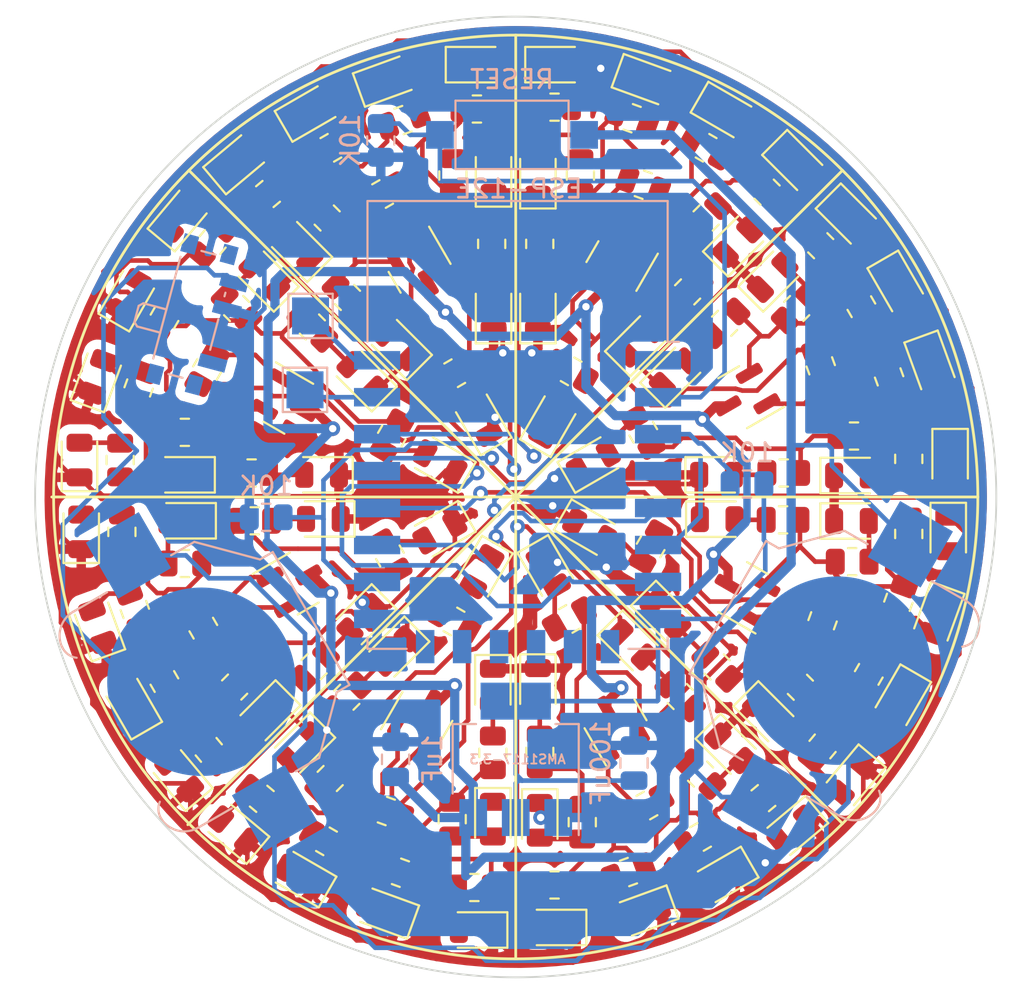
<source format=kicad_pcb>
(kicad_pcb (version 20211014) (generator pcbnew)
  (layers (0 "F.Cu" signal) (31 "B.Cu" signal) (34 "B.Paste" user) (35 "F.Paste" user) (36 "B.SilkS" user "B.Silkscreen") (37 "F.SilkS" user "F.Silkscreen") (38 "B.Mask" user) (39 "F.Mask" user) (44 "Edge.Cuts" user))
  (net 0 "")
  (net 1 "GND")
  (net 2 "Net-(D1-Pad2)")
  (net 3 "Net-(D2-Pad2)")
  (net 4 "Net-(D3-Pad2)")
  (net 5 "Net-(D4-Pad2)")
  (net 6 "Net-(D5-Pad2)")
  (net 7 "Net-(D6-Pad2)")
  (net 8 "Net-(D7-Pad2)")
  (net 9 "Net-(D8-Pad2)")
  (net 10 "Net-(D9-Pad2)")
  (net 11 "5V")
  (net 12 "Net-(D10-Pad2)")
  (net 13 "Net-(Q1-Pad2)")
  (net 14 "SLICE_1")
  (net 15 "Net-(D11-Pad2)")
  (net 16 "Net-(D12-Pad2)")
  (net 17 "Net-(D13-Pad2)")
  (net 18 "Net-(D14-Pad2)")
  (net 19 "Net-(D15-Pad2)")
  (net 20 "Net-(D16-Pad2)")
  (net 21 "Net-(D17-Pad2)")
  (net 22 "Net-(D18-Pad2)")
  (net 23 "RESET")
  (net 24 "Net-(D19-Pad2)")
  (net 25 "Net-(D20-Pad2)")
  (net 26 "Net-(D21-Pad2)")
  (net 27 "SLICE_2")
  (net 28 "Net-(D22-Pad2)")
  (net 29 "Net-(D23-Pad2)")
  (net 30 "Net-(D24-Pad2)")
  (net 31 "Net-(D25-Pad2)")
  (net 32 "Net-(D26-Pad2)")
  (net 33 "Net-(D27-Pad2)")
  (net 34 "Net-(Q1-Pad1)")
  (net 35 "Net-(Q2-Pad1)")
  (net 36 "Net-(Q2-Pad2)")
  (net 37 "Net-(D37-Pad2)")
  (net 38 "Net-(D38-Pad2)")
  (net 39 "SLICE_3")
  (net 40 "Net-(D28-Pad2)")
  (net 41 "Net-(D29-Pad2)")
  (net 42 "Net-(D30-Pad2)")
  (net 43 "Net-(D31-Pad2)")
  (net 44 "Net-(D32-Pad2)")
  (net 45 "Net-(D33-Pad2)")
  (net 46 "Net-(D34-Pad2)")
  (net 47 "Net-(D35-Pad2)")
  (net 48 "Net-(D36-Pad2)")
  (net 49 "Net-(D39-Pad2)")
  (net 50 "Net-(Q4-Pad2)")
  (net 51 "SLICE_4")
  (net 52 "Net-(D40-Pad2)")
  (net 53 "Net-(D41-Pad2)")
  (net 54 "Net-(D42-Pad2)")
  (net 55 "Net-(D43-Pad2)")
  (net 56 "Net-(D44-Pad2)")
  (net 57 "Net-(D45-Pad2)")
  (net 58 "Net-(Q3-Pad1)")
  (net 59 "Net-(Q3-Pad2)")
  (net 60 "Net-(Q4-Pad1)")
  (net 61 "Net-(Q5-Pad1)")
  (net 62 "Net-(Q5-Pad2)")
  (net 63 "SLICE_5")
  (net 64 "SLICE_6")
  (net 65 "SLICE_7")
  (net 66 "SLICE_8")
  (net 67 "Net-(D46-Pad2)")
  (net 68 "Net-(D47-Pad2)")
  (net 69 "Net-(D48-Pad2)")
  (net 70 "Net-(D49-Pad2)")
  (net 71 "Net-(D50-Pad2)")
  (net 72 "Net-(D51-Pad2)")
  (net 73 "Net-(D52-Pad2)")
  (net 74 "Net-(D53-Pad2)")
  (net 75 "Net-(D54-Pad2)")
  (net 76 "Net-(Q6-Pad1)")
  (net 77 "Net-(Q6-Pad2)")
  (net 78 "Net-(D55-Pad2)")
  (net 79 "Net-(D56-Pad2)")
  (net 80 "Net-(D57-Pad2)")
  (net 81 "Net-(D58-Pad2)")
  (net 82 "Net-(D59-Pad2)")
  (net 83 "Net-(D60-Pad2)")
  (net 84 "Net-(D61-Pad2)")
  (net 85 "Net-(D62-Pad2)")
  (net 86 "Net-(D63-Pad2)")
  (net 87 "Net-(Q7-Pad1)")
  (net 88 "Net-(Q7-Pad2)")
  (net 89 "Net-(D64-Pad2)")
  (net 90 "Net-(D65-Pad2)")
  (net 91 "Net-(D66-Pad2)")
  (net 92 "Net-(D67-Pad2)")
  (net 93 "Net-(D68-Pad2)")
  (net 94 "Net-(D69-Pad2)")
  (net 95 "Net-(D70-Pad2)")
  (net 96 "Net-(D71-Pad2)")
  (net 97 "Net-(D72-Pad2)")
  (net 98 "Net-(Q8-Pad1)")
  (net 99 "Net-(Q8-Pad2)")
  (net 100 "3.3V")
  (net 102 "Net-(BT1-Pad2)")
  (net 110 "Net-(BT2-Pad2)")
  (net 111 "Net-(R82-Pad2)")
  (net 113 "Net-(U1-Pad22)")
  (net 114 "Net-(U1-Pad21)")
  (footprint "LED_SMD:LED_0805_2012Metric" (layer "F.Cu") (at 116.1 87.8 70)
    (fp_text reference "D56" hide)
    (fp_text value "LED")
  )
  (footprint "LED_SMD:LED_0805_2012Metric" (layer "F.Cu") (at 150.1 73.5 -30)
    (fp_text reference "D3" hide)
    (fp_text value "LED")
  )
  (footprint "Resistor_SMD:R_0805_2012Metric" (layer "F.Cu") (at 136.6 73.3 180)
    (fp_text reference "R74" hide)
    (fp_text value "330")
  )
  (footprint "LED_SMD:LED_0805_2012Metric" (layer "F.Cu") (at 142.9 92.4 30)
    (fp_text reference "D16" hide)
    (fp_text value "LED")
  )
  (footprint "LED_SMD:LED_0805_2012Metric" (layer "F.Cu") (at 132.3 86.1 135)
    (fp_text reference "D71" hide)
    (fp_text value "LED")
  )
  (footprint "Resistor_SMD:R_0805_2012Metric" (layer "F.Cu") (at 135.362913 101.037087 -30)
    (fp_text reference "R47" hide)
    (fp_text value "330")
  )
  (footprint "Package_TO_SOT_SMD:SOT-23" (layer "F.Cu") (at 151 88.9 -150)
    (fp_text reference "Q2" hide)
    (fp_text value "NPN")
  )
  (footprint "LED_SMD:LED_0805_2012Metric" (layer "F.Cu") (at 136.562913 117.737087 180)
    (fp_text reference "D37" hide)
    (fp_text value "LED")
  )
  (footprint "Resistor_SMD:R_0805_2012Metric" (layer "F.Cu") (at 122.3 80.5 -130)
    (fp_text reference "R64" hide)
    (fp_text value "330")
  )
  (footprint "LED_SMD:LED_0805_2012Metric" (layer "F.Cu") (at 120.7375 93.1 180)
    (fp_text reference "D63" hide)
    (fp_text value "LED")
  )
  (footprint "LED_SMD:LED_0805_2012Metric" (layer "F.Cu") (at 162.2 92.3 -90)
    (fp_text reference "D13" hide)
    (fp_text value "LED")
  )
  (footprint "Resistor_SMD:R_0805_2012Metric" (layer "F.Cu") (at 124.962913 110.637087 -40)
    (fp_text reference "R44" hide)
    (fp_text value "330")
  )
  (footprint "Resistor_SMD:R_0805_2012Metric" (layer "F.Cu") (at 129.6 83.5 135)
    (fp_text reference "R78" hide)
    (fp_text value "330")
  )
  (footprint "Resistor_SMD:R_0805_2012Metric" (layer "F.Cu") (at 147.6 105.1 -45)
    (fp_text reference "R37" hide)
    (fp_text value "330")
  )
  (footprint "Resistor_SMD:R_0805_2012Metric" (layer "F.Cu") (at 157.8 103.9 60)
    (fp_text reference "R23" hide)
    (fp_text value "330")
  )
  (footprint "Resistor_SMD:R_0805_2012Metric" (layer "F.Cu") (at 157.4 84 120)
    (fp_text reference "R12" hide)
    (fp_text value "330")
  )
  (footprint "LED_SMD:LED_0805_2012Metric" (layer "F.Cu") (at 159.4 82.9 -60)
    (fp_text reference "D11" hide)
    (fp_text value "LED")
  )
  (footprint "Resistor_SMD:R_0805_2012Metric" (layer "F.Cu") (at 137.462913 108.149587 -90)
    (fp_text reference "R48" hide)
    (fp_text value "330")
  )
  (footprint "Resistor_SMD:R_0805_2012Metric" (layer "F.Cu") (at 145.6 90.8 -60)
    (fp_text reference "R17" hide)
    (fp_text value "330")
  )
  (footprint "Resistor_SMD:R_0805_2012Metric" (layer "F.Cu") (at 142.2 76.9 -90)
    (fp_text reference "R9" hide)
    (fp_text value "330")
  )
  (footprint "LED_SMD:LED_0805_2012Metric" (layer "F.Cu") (at 161.2 87.2 -70)
    (fp_text reference "D12" hide)
    (fp_text value "LED")
  )
  (footprint "Resistor_SMD:R_0805_2012Metric" (layer "F.Cu") (at 118.094163 100.388101 -70)
    (fp_text reference "R53" hide)
    (fp_text value "330")
  )
  (footprint "Resistor_SMD:R_0805_2012Metric" (layer "F.Cu") (at 128.5 79.2 -45)
    (fp_text reference "R79" hide)
    (fp_text value "330")
  )
  (footprint "Package_TO_SOT_SMD:SOT-23" (layer "F.Cu") (at 126.4 89.2 -30)
    (fp_text reference "Q7" hide)
    (fp_text value "NPN")
  )
  (footprint "Resistor_SMD:R_0805_2012Metric" (layer "F.Cu") (at 155.3 107.8 50)
    (fp_text reference "R24" hide)
    (fp_text value "330")
  )
  (footprint "LED_SMD:LED_0805_2012Metric" (layer "F.Cu") (at 115.1 92.3 90)
    (fp_text reference "D55" hide)
    (fp_text value "LED")
  )
  (footprint "Resistor_SMD:R_0805_2012Metric" (layer "F.Cu") (at 120.8 97.9)
    (fp_text reference "R55" hide)
    (fp_text value "330")
  )
  (footprint "LED_SMD:LED_0805_2012Metric" (layer "F.Cu") (at 145.8 71.8 -20)
    (fp_text reference "D2" hide)
    (fp_text value "LED")
  )
  (footprint "LED_SMD:LED_0805_2012Metric" (layer "F.Cu") (at 150.3 107.9 -45)
    (fp_text reference "D36" hide)
    (fp_text value "LED")
  )
  (footprint "LED_SMD:LED_0805_2012Metric" (layer "F.Cu") (at 137.462913 104.537087 -90)
    (fp_text reference "D44" hide)
    (fp_text value "LED")
  )
  (footprint "Resistor_SMD:R_0805_2012Metric" (layer "F.Cu") (at 127.794163 103.488101 -135)
    (fp_text reference "R58" hide)
    (fp_text value "330")
  )
  (footprint "LED_SMD:LED_0805_2012Metric" (layer "F.Cu") (at 125.194163 106.088101 -135)
    (fp_text reference "D54" hide)
    (fp_text value "LED")
  )
  (footprint "LED_SMD:LED_0805_2012Metric" (layer "F.Cu") (at 156.862913 95.6)
    (fp_text reference "D27" hide)
    (fp_text value "LED")
  )
  (footprint "Resistor_SMD:R_0805_2012Metric" (layer "F.Cu") (at 146 97 60)
    (fp_text reference "R27" hide)
    (fp_text value "330")
  )
  (footprint "LED_SMD:LED_0805_2012Metric" (layer "F.Cu") (at 139.9 84.3 90)
    (fp_text reference "D8" hide)
    (fp_text value "LED")
  )
  (footprint "Resistor_SMD:R_0805_2012Metric" (layer "F.Cu") (at 132.6 73.9 -160)
    (fp_text reference "R73" hide)
    (fp_text value "330")
  )
  (footprint "LED_SMD:LED_0805_2012Metric" (layer "F.Cu") (at 128.294163 95.488101 180)
    (fp_text reference "D51" hide)
    (fp_text value "LED")
  )
  (footprint "Resistor_SMD:R_0805_2012Metric" (layer "F.Cu") (at 137.4 80.6 90)
    (fp_text reference "R76" hide)
    (fp_text value "330")
  )
  (footprint "LED_SMD:LED_0805_2012Metric" (layer "F.Cu") (at 117.8 83.4 60)
    (fp_text reference "D57" hide)
    (fp_text value "LED")
  )
  (footprint "LED_SMD:LED_0805_2012Metric" (layer "F.Cu") (at 120.794163 95.588101 180)
    (fp_text reference "D50" hide)
    (fp_text value "LED")
  )
  (footprint "Resistor_SMD:R_0805_2012Metric" (layer "F.Cu") (at 122.094163 107.988101 -50)
    (fp_text reference "R51" hide)
    (fp_text value "330")
  )
  (footprint "LED_SMD:LED_0805_2012Metric" (layer "F.Cu") (at 146.8 100.7 -45)
    (fp_text reference "D24" hide)
    (fp_text value "LED")
  )
  (footprint "Resistor_SMD:R_0805_2012Metric" (layer "F.Cu") (at 155.2 80.7 135)
    (fp_text reference "R11" hide)
    (fp_text value "330")
  )
  (footprint "LED_SMD:LED_0805_2012Metric" (layer "F.Cu") (at 156.9 109.6 -130)
    (fp_text reference "D22" hide)
    (fp_text value "LED")
  )
  (footprint "Resistor_SMD:R_0805_2012Metric" (layer "F.Cu") (at 155.2 87.2 110)
    (fp_text reference "R20" hide)
    (fp_text value "10K")
  )
  (footprint "Resistor_SMD:R_0805_2012Metric" (layer "F.Cu") (at 128.7 75.4 -150)
    (fp_text reference "R72" hide)
    (fp_text value "330")
  )
  (footprint "Resistor_SMD:R_0805_2012Metric" (layer "F.Cu") (at 152.1 110.6 40)
    (fp_text reference "R40" hide)
    (fp_text value "330")
  )
  (footprint "LED_SMD:LED_0805_2012Metric" (layer "F.Cu") (at 149.9 114.9 -150)
    (fp_text reference "D29" hide)
    (fp_text value "LED")
  )
  (footprint "Package_TO_SOT_SMD:SOT-23" (layer "F.Cu") (at 126.694163 98.988101 30)
    (fp_text reference "Q6" hide)
    (fp_text value "NPN")
  )
  (footprint "LED_SMD:LED_0805_2012Metric" (layer "F.Cu") (at 137.5 84.3 90)
    (fp_text reference "D69" hide)
    (fp_text value "LED")
  )
  (footprint "Package_TO_SOT_SMD:SOT-23" (layer "F.Cu") (at 151 99.5 150)
    (fp_text reference "Q3" hide)
    (fp_text value "NPN")
  )
  (footprint "LED_SMD:LED_0805_2012Metric" (layer "F.Cu") (at 123.7 76.1 40)
    (fp_text reference "D64" hide)
    (fp_text value "LED")
  )
  (footprint "LED_SMD:LED_0805_2012Metric" (layer "F.Cu") (at 136.862913 98.337087 -120)
    (fp_text reference "D43" hide)
    (fp_text value "LED")
  )
  (footprint "Resistor_SMD:R_0805_2012Metric" (layer "F.Cu") (at 145.8 111 30)
    (fp_text reference "R39" hide)
    (fp_text value "10K")
  )
  (footprint "LED_SMD:LED_0805_2012Metric" (layer "F.Cu") (at 150.7 80.5 45)
    (fp_text reference "D5" hide)
    (fp_text value "LED")
  )
  (footprint "LED_SMD:LED_0805_2012Metric" (layer "F.Cu") (at 152.6 82.4 45)
    (fp_text reference "D18" hide)
    (fp_text value "LED")
  )
  (footprint "Resistor_SMD:R_0805_2012Metric" (layer "F.Cu") (at 144.8 114.6 20)
    (fp_text reference "R32" hide)
    (fp_text value "330")
  )
  (footprint "LED_SMD:LED_0805_2012Metric" (layer "F.Cu") (at 130.4 87.8 135)
    (fp_text reference "D60" hide)
    (fp_text value "LED")
  )
  (footprint "LED_SMD:LED_0805_2012Metric" (layer "F.Cu") (at 139.9 77 90)
    (fp_text reference "D9" hide)
    (fp_text value "LED")
  )
  (footprint "LED_SMD:LED_0805_2012Metric" (layer "F.Cu") (at 131.562913 116.737087 160)
    (fp_text reference "D38" hide)
    (fp_text value "LED")
  )
  (footprint "Resistor_SMD:R_0805_2012Metric" (layer "F.Cu") (at 142.3 111.9 90)
    (fp_text reference "R34" hide)
    (fp_text value "330")
  )
  (footprint "Resistor_SMD:R_0805_2012Metric" (layer "F.Cu") (at 152.3 77.8 135)
    (fp_text reference "R4" hide)
    (fp_text value "330")
  )
  (footprint "Resistor_SMD:R_0805_2012Metric" (layer "F.Cu") (at 132 91 60)
    (fp_text reference "R67" hide)
    (fp_text value "330")
  )
  (footprint "LED_SMD:LED_0805_2012Metric" (layer "F.Cu") (at 136.6 70.9)
    (fp_text reference "D67" hide)
    (fp_text value "LED")
  )
  (footprint "LED_SMD:LED_0805_2012Metric" (layer "F.Cu") (at 130.394163 100.888101 -135)
    (fp_text reference "D53" hide)
    (fp_text value "LED")
  )
  (footprint "Resistor_SMD:R_0805_2012Metric" (layer "F.Cu") (at 135.3 76.9 -90)
    (fp_text reference "R75" hide)
    (fp_text value "330")
  )
  (footprint "Resistor_SMD:R_0805_2012Metric" (layer "F.Cu") (at 145 73.8 160)
    (fp_text reference "R2" hide)
    (fp_text value "330")
  )
  (footprint "Resistor_SMD:R_0805_2012Metric" (layer "F.Cu") (at 148.7 109.3 135)
    (fp_text reference "R38" hide)
    (fp_text value "330")
  )
  (footprint "LED_SMD:LED_0805_2012Metric" (layer "F.Cu") (at 140 111.8 -90)
    (fp_text reference "D32" hide)
    (fp_text value "LED")
  )
  (footprint "LED_SMD:LED_0805_2012Metric" (layer "F.Cu") (at 145.4 85.9 45)
    (fp_text reference "D6" hide)
    (fp_text value "LED")
  )
  (footprint "Resistor_SMD:R_0805_2012Metric" (layer "F.Cu") (at 159.962913 92.237087 90)
    (fp_text reference "R14" hide)
    (fp_text value "330")
  )
  (footprint "Resistor_SMD:R_0805_2012Metric" (layer "F.Cu") (at 123.494163 104.588101 45)
    (fp_text reference "R59" hide)
    (fp_text value "330")
  )
  (footprint "Package_TO_SOT_SMD:SOT-23" (layer "F.Cu") (at 144.1 106.6 120)
    (fp_text reference "Q4" hide)
    (fp_text value "NPN")
  )
  (footprint "LED_SMD:LED_0805_2012Metric" (layer "F.Cu") (at 149.6 95.5)
    (fp_text reference "D26" hide)
    (fp_text value "LED")
  )
  (footprint "LED_SMD:LED_0805_2012Metric" (layer "F.Cu") (at 139.9 104.5 -90)
    (fp_text reference "D33" hide)
    (fp_text value "LED")
  )
  (footprint "Resistor_SMD:R_0805_2012Metric" (layer "F.Cu") (at 118.3 88.4 -110)
    (fp_text reference "R62" hide)
    (fp_text value "330")
  )
  (footprint "Resistor_SMD:R_0805_2012Metric" (layer "F.Cu") (at 127.7 85.1 135)
    (fp_text reference "R66" hide)
    (fp_text value "330")
  )
  (footprint "LED_SMD:LED_0805_2012Metric" (layer "F.Cu") (at 128.2 93.1 180)
    (fp_text reference "D62" hide)
    (fp_text value "LED")
  )
  (footprint "Resistor_SMD:R_0805_2012Metric" (layer "F.Cu") (at 156.9 97.8 180)
    (fp_text reference "R29" hide)
    (fp_text value "330")
  )
  (footprint "LED_SMD:LED_0805_2012Metric" (layer "F.Cu") (at 153.7 112.3 -140)
    (fp_text reference "D28" hide)
    (fp_text value "LED")
  )
  (footprint "LED_SMD:LED_0805_2012Metric" (layer "F.Cu") (at 115.194163 96.188101 90)
    (fp_text reference "D49" hide)
    (fp_text value "LED")
  )
  (footprint "Resistor_SMD:R_0805_2012Metric" (layer "F.Cu") (at 119.694163 104.288101 -60)
    (fp_text reference "R52" hide)
    (fp_text value "330")
  )
  (footprint "LED_SMD:LED_0805_2012Metric" (layer "F.Cu") (at 127.6 73.4 30)
    (fp_text reference "D65" hide)
    (fp_text value "LED")
  )
  (footprint "Resistor_SMD:R_0805_2012Metric" (layer "F.Cu") (at 148 83.2 45)
    (fp_text reference "R6" hide)
    (fp_text value "330")
  )
  (footprint "Resistor_SMD:R_0805_2012Metric" (layer "F.Cu") (at 120.8 90.8)
    (fp_text reference "R69" hide)
    (fp_text value "330")
  )
  (footprint "Resistor_SMD:R_0805_2012Metric" (layer "F.Cu") (at 141.6 100.9 30)
    (fp_text reference "R36" hide)
    (fp_text value "330")
  )
  (footprint "LED_SMD:LED_0805_2012Metric" (layer "F.Cu") (at 140.462913 98.3 -60)
    (fp_text reference "D34" hide)
    (fp_text value "LED")
  )
  (footprint "Resistor_SMD:R_0805_2012Metric" (layer "F.Cu") (at 140.8 73.2 180)
    (fp_text reference "R1" hide)
    (fp_text value "330")
  )
  (footprint "Resistor_SMD:R_0805_2012Metric" (layer "F.Cu") (at 131.894163 97.488101 -60)
    (fp_text reference "R57" hide)
    (fp_text value "330")
  )
  (footprint "Resistor_SMD:R_0805_2012Metric" (layer "F.Cu") (at 153.9 84.1 -135)
    (fp_text reference "R19" hide)
    (fp_text value "330")
  )
  (footprint "Resistor_SMD:R_0805_2012Metric" (layer "F.Cu") (at 158.9 87.8 110)
    (fp_text reference "R13" hide)
    (fp_text value "330")
  )
  (footprint "LED_SMD:LED_0805_2012Metric" (layer "F.Cu") (at 125.1 82.4 135)
    (fp_text reference "D59" hide)
    (fp_text value "LED")
  )
  (footprint "LED_SMD:LED_0805_2012Metric" (layer "F.Cu") (at 145.6 116.8 -160)
    (fp_text reference "D30" hide)
    (fp_text value "LED")
  )
  (footprint "LED_SMD:LED_0805_2012Metric" (layer "F.Cu") (at 142.7 96.1 -30)
    (fp_text reference "D25" hide)
    (fp_text value "LED")
  )
  (footprint "Resistor_SMD:R_0805_2012Metric" (layer "F.Cu") (at 117.394163 96.188101 -90)
    (fp_text reference "R54" hide)
    (fp_text value "330")
  )
  (footprint "LED_SMD:LED_0805_2012Metric" (layer "F.Cu") (at 120.6 79.1 50)
    (fp_text reference "D58" hide)
    (fp_text value "LED")
  )
  (footprint "LED_SMD:LED_0805_2012Metric" (layer "F.Cu") (at 153.9 76.3 -45)
    (fp_text reference "D4" hide)
    (fp_text value "LED")
  )
  (footprint "Resistor_SMD:R_0805_2012Metric" (layer "F.Cu") (at 140 80.6 90)
    (fp_text reference "R8" hide)
    (fp_text value "330")
  )
  (footprint "LED_SMD:LED_0805_2012Metric" (layer "F.Cu") (at 140.6 90.2 60)
    (fp_text reference "D7" hide)
    (fp_text value "LED")
  )
  (footprint "LED_SMD:LED_0805_2012Metric" (layer "F.Cu") (at 162.1 96.3 -90)
    (fp_text reference "D19" hide)
    (fp_text value "LED")
  )
  (footprint "Resistor_SMD:R_0805_2012Metric" (layer "F.Cu") (at 150 84.9 45)
    (fp_text reference "R18" hide)
    (fp_text value "330")
  )
  (footprint "LED_SMD:LED_0805_2012Metric" (layer "F.Cu") (at 156.8 79.2 -45)
    (fp_text reference "D10" hide)
    (fp_text value "LED")
  )
  (footprint "Resistor_SMD:R_0805_2012Metric" (layer "F.Cu") (at 141.7 87.5 -30)
    (fp_text reference "R7" hide)
    (fp_text value "330")
  )
  (footprint "Resistor_SMD:R_0805_2012Metric" (layer "F.Cu") (at 140 108.1 -90)
    (fp_text reference "R35" hide)
    (fp_text value "330")
  )
  (footprint "Resistor_SMD:R_0805_2012Metric" (layer "F.Cu") (at 148.7 112.7 30)
    (fp_text reference "R31" hide)
    (fp_text value "330")
  )
  (footprint "LED_SMD:LED_0805_2012Metric" (layer "F.Cu") (at 127.062913 114.837087 150)
    (fp_text reference "D39" hide)
    (fp_text value "LED")
  )
  (footprint "LED_SMD:LED_0805_2012Metric" (layer "F.Cu") (at 131.8 71.7 20)
    (fp_text reference "D66" hide)
    (fp_text value "LED")
  )
  (footprint "Package_TO_SOT_SMD:SOT-23" (layer "F.Cu") (at 133.5 81.9 -60)
    (fp_text reference "Q8" hide)
    (fp_text value "NPN")
  )
  (footprint "LED_SMD:LED_0805_2012Metric" (layer "F.Cu") (at 159.5 105.3 -120)
    (fp_text reference "D21" hide)
    (fp_text value "LED")
  )
  (footprint "LED_SMD:LED_0805_2012Metric" (layer "F.Cu") (at 134.6 92.4 150)
    (fp_text reference "D61" hide)
    (fp_text value "LED")
  )
  (footprint "LED_SMD:LED_0805_2012Metric" (layer "F.Cu") (at 134.594163 96.188101 -150)
    (fp_text reference "D52" hide)
    (fp_text value "LED")
  )
  (footprint "LED_SMD:LED_0805_2012Metric" (layer "F.Cu") (at 120.494163 109.388101 130)
    (fp_text reference "D46" hide)
    (fp_text value "LED")
  )
  (footprint "Resistor_SMD:R_0805_2012Metric" (layer "F.Cu") (at 149.6 103.5 -45)
    (fp_text reference "R26" hide)
    (fp_text value "330")
  )
  (footprint "LED_SMD:LED_0805_2012Metric" (layer "F.Cu") (at 127.062913 107.837087 -135)
    (fp_text reference "D41" hide)
    (fp_text value "LED")
  )
  (footprint "Resistor_SMD:R_0805_2012Metric" (layer "F.Cu") (at 155.3 101 70)
    (fp_text reference "R30" hide)
    (fp_text value "10K")
  )
  (footprint "Resistor_SMD:R_0805_2012Metric" (layer "F.Cu") (at 119.7 84.6 -120)
    (fp_text reference "R63" hide)
    (fp_text value "330")
  )
  (footprint "LED_SMD:LED_0805_2012Metric" (layer "F.Cu") (at 132.162913 102.637087 -135)
    (fp_text reference "D42" hide)
    (fp_text value "LED")
  )
  (footprint "Resistor_SMD:R_0805_2012Metric" (layer "F.Cu") (at 125.3 77.9 -140)
    (fp_text reference "R71" hide)
    (fp_text value "330")
  )
  (footprint "Package_TO_SOT_SMD:SOT-23" (layer "F.Cu") (at 133.6 106.2 60)
    (fp_text reference "Q5" hide)
    (fp_text value "NPN")
  )
  (footprint "Resistor_SMD:R_0805_2012Metric" (layer "F.Cu") (at 131.5 77.9 -150)
    (fp_text reference "R80" hide)
    (fp_text value "10K")
  )
  (footprint "LED_SMD:LED_0805_2012Metric" (layer "F.Cu") (at 140.9 70.9)
    (fp_text reference "D1" hide)
    (fp_text value "LED")
  )
  (footprint "Resistor_SMD:R_0805_2012Metric" (layer "F.Cu") (at 153.162913 95.537087)
    (fp_text reference "R28" hide)
    (fp_text value "330")
  )
  (footprint "Resistor_SMD:R_0805_2012Metric" (layer "F.Cu") (at 149 79.2 -135)
    (fp_text reference "R5" hide)
    (fp_text value "330")
  )
  (footprint "Resistor_SMD:R_0805_2012Metric" (layer "F.Cu") (at 123.6 84.1 -45)
    (fp_text reference "R65" hide)
    (fp_text value "330")
  )
  (footprint "LED_SMD:LED_0805_2012Metric" (layer "F.Cu") (at 149.562913 93.1)
    (fp_text reference "D15" hide)
    (fp_text value "LED")
  )
  (footprint "Resistor_SMD:R_0805_2012Metric" (layer "F.Cu") (at 159.962913 96.3 90)
    (fp_text reference "R21" hide)
    (fp_text value "330")
  )
  (footprint "LED_SMD:LED_0805_2012Metric" (layer "F.Cu") (at 140.8375 117.6 180)
    (fp_text reference "D31" hide)
    (fp_text value "LED")
  )
  (footprint "LED_SMD:LED_0805_2012Metric" (layer "F.Cu") (at 117.894163 105.488101 120)
    (fp_text reference "D47" hide)
    (fp_text value "LED")
  )
  (footprint "LED_SMD:LED_0805_2012Metric" (layer "F.Cu") (at 145 102.3 -45)
    (fp_text reference "D35" hide)
    (fp_text value "LED")
  )
  (footprint "Resistor_SMD:R_0805_2012Metric" (layer "F.Cu") (at 140.8 115.3)
    (fp_text reference "R33" hide)
    (fp_text value "330")
  )
  (footprint "LED_SMD:LED_0805_2012Metric" (layer "F.Cu") (at 137.5 76.9 90)
    (fp_text reference "D68" hide)
    (fp_text value "LED")
  )
  (footprint "LED_SMD:LED_0805_2012Metric" (layer "F.Cu") (at 152.337087 106.137087 -45)
    (fp_text reference "D23" hide)
    (fp_text value "LED")
  )
  (footprint "LED_SMD:LED_0805_2012Metric" (layer "F.Cu") (at 161.5 100.8 -110)
    (fp_text reference "D20" hide)
    (fp_text value "LED")
  )
  (footprint "Resistor_SMD:R_0805_2012Metric" (layer "F.Cu") (at 121.8 101.4 -60)
    (fp_text reference "R60" hide)
    (fp_text value "10K")
  )
  (footprint "Resistor_SMD:R_0805_2012Metric" (layer "F.Cu") (at 131.7 111.3 -20)
    (fp_text reference "R50" hide)
    (fp_text value "10K")
  )
  (footprint "LED_SMD:LED_0805_2012Metric" (layer "F.Cu") (at 116.094163 101.288101 110)
    (fp_text reference "D48" hide)
    (fp_text value "LED")
  )
  (footprint "Resistor_SMD:R_0805_2012Metric" (layer "F.Cu") (at 145.6 77.4 160)
    (fp_text reference "R10" hide)
    (fp_text value "10K")
  )
  (footprint "Resistor_SMD:R_0805_2012Metric" (layer "F.Cu") (at 132.462913 114.637087 -20)
    (fp_text reference "R42" hide)
    (fp_text value "330")
  )
  (footprint "Resistor_SMD:R_0805_2012Metric" (layer "F.Cu") (at 124.4125 93 180)
    (fp_text reference "R68" hide)
    (fp_text value "330")
  )
  (footprint "Resistor_SMD:R_0805_2012Metric" (layer "F.Cu") (at 136.462913 115.437087)
    (fp_text reference "R41" hide)
    (fp_text value "330")
  )
  (footprint "Resistor_SMD:R_0805_2012Metric" (layer "F.Cu") (at 149 75.4 150)
    (fp_text reference "R3" hide)
    (fp_text value "330")
  )
  (footprint "Resistor_SMD:R_0805_2012Metric" (layer "F.Cu") (at 122 87.4 -120)
    (fp_text reference "R70" hide)
    (fp_text value "10K")
  )
  (footprint "Resistor_SMD:R_0805_2012Metric" (layer "F.Cu") (at 159.4 100 70)
    (fp_text reference "R22" hide)
    (fp_text value "330")
  )
  (footprint "LED_SMD:LED_0805_2012Metric" (layer "F.Cu") (at 136.8 90.1 120)
    (fp_text reference "D70" hide)
    (fp_text value "LED")
  )
  (footprint "Resistor_SMD:R_0805_2012Metric" (layer "F.Cu") (at 129.562913 105.137087 -135)
    (fp_text reference "R46" hide)
    (fp_text value "330")
  )
  (footprint "LED_SMD:LED_0805_2012Metric" (layer "F.Cu") (at 123.462913 112.337087 140)
    (fp_text reference "D40" hide)
    (fp_text value "LED")
  )
  (footprint "Package_TO_SOT_SMD:SOT-23" (layer "F.Cu") (at 144.2 81.8 -120)
    (fp_text reference "Q1" hide)
    (fp_text value "NPN")
  )
  (footprint "Resistor_SMD:R_0805_2012Metric" (layer "F.Cu") (at 128.462913 112.937087 -30)
    (fp_text reference "R43" hide)
    (fp_text value "330")
  )
  (footprint "Resistor_SMD:R_0805_2012Metric" (layer "F.Cu") (at 135.4 87.6 30)
    (fp_text reference "R77" hide)
    (fp_text value "330")
  )
  (footprint "LED_SMD:LED_0805_2012Metric" (layer "F.Cu") (at 156.862913 93.137087)
    (fp_text reference "D14" hide)
    (fp_text value "LED")
  )
  (footprint "LED_SMD:LED_0805_2012Metric" (layer "F.Cu") (at 126.9 80.8 135)
    (fp_text reference "D72" hide)
    (fp_text value "LED")
  )
  (footprint "Resistor_SMD:R_0805_2012Metric" (layer "F.Cu") (at 153.2 93)
    (fp_text reference "R16" hide)
    (fp_text value "330")
  )
  (footprint "Resistor_SMD:R_0805_2012Metric" (layer "F.Cu") (at 157 91 180)
    (fp_text reference "R15" hide)
    (fp_text value "330")
  )
  (footprint "Resistor_SMD:R_0805_2012Metric" (layer "F.Cu") (at 124.581663 95.588101 180)
    (fp_text reference "R56" hide)
    (fp_text value "330")
  )
  (footprint "LED_SMD:LED_0805_2012Metric" (layer "F.Cu") (at 147.3 87.6 45)
    (fp_text reference "D17" hide)
    (fp_text value "LED")
  )
  (footprint "Resistor_SMD:R_0805_2012Metric" (layer "F.Cu") (at 117.3 92.3 -90)
    (fp_text reference "R61" hide)
    (fp_text value "330")
  )
  (footprint "Resistor_SMD:R_0805_2012Metric" (layer "F.Cu") (at 128.662913 109.537087 45)
    (fp_text reference "R45" hide)
    (fp_text value "330")
  )
  (footprint "LED_SMD:LED_0805_2012Metric" (layer "F.Cu") (at 137.462913 111.737087 -90)
    (fp_text reference "D45" hide)
    (fp_text value "LED")
  )
  (footprint "Resistor_SMD:R_0805_2012Metric" (layer "F.Cu") (at 135.262913 111.737087 90)
    (fp_text reference "R49" hide)
    (fp_text value "330")
  )
  (footprint "Resistor_SMD:R_0805_2012Metric" (layer "F.Cu") (at 154.1 104.6 135)
    (fp_text reference "R25" hide)
    (fp_text value "330")
  )
  (footprint "Resistor_SMD:R_0805_2012Metric" (layer "B.Cu") (at 131.4 75 90)
    (fp_text reference "R81" hide)
    (fp_text value "10K")
  )
  (footprint "Battery:BatteryHolder_Keystone_3000_1x12mm" (layer "B.Cu") (at 121.7 104.3 120)
    (fp_text reference "BT2" hide)
    (fp_text value "Battery_Cell" hide)
  )
  (footprint "Button_Switch_SMD:SW_SPST_CK_RS282G05A3" (layer "B.Cu") (at 138.5 74.7)
    (fp_text reference "SW1" hide)
    (fp_text value "RESET")
  )
  (footprint "Package_TO_SOT_SMD:SOT-223-3_TabPin2" (layer "B.Cu") (at 138.7 108.5 90)
    (fp_text reference "U2" hide)
    (fp_text value "AMS1117-3.3")
  )
  (footprint "TestPoint:TestPoint_Pad_2.0x2.0mm" (layer "B.Cu") (at 127.3 88.5 180)
    (fp_text reference "J2" hide)
    (fp_text value "RX" hide)
  )
  (footprint "Battery:BatteryHolder_Keystone_3000_1x12mm" (layer "B.Cu") (at 156.1 103.7 -120)
    (fp_text reference "BT1" hide)
    (fp_text value "Battery_Cell" hide)
  )
  (footprint "Resistor_SMD:R_0805_2012Metric" (layer "B.Cu") (at 151.2125 93.6 180)
    (fp_text reference "R82" hide)
    (fp_text value "10K")
  )
  (footprint "Capacitor_SMD:C_0805_2012Metric" (layer "B.Cu") (at 145.1 108.7 90)
    (fp_text reference "C2" hide)
    (fp_text value "100uF")
  )
  (footprint "RF_Module:ESP-12E" (layer "B.Cu") (at 138.8 90.4 180)
    (fp_text reference "U1" hide)
    (fp_text value "ESP-12E")
  )
  (footprint "Button_Switch_SMD:SW_SPDT_PCM12" (layer "B.Cu") (at 121.5 84.5 75)
    (fp_text reference "SW2" hide)
    (fp_text value "Switch" hide)
  )
  (footprint "Capacitor_SMD:C_0805_2012Metric" (layer "B.Cu") (at 132.2 108.5 90)
    (fp_text reference "C1" hide)
    (fp_text value "1uF")
  )
  (footprint "Resistor_SMD:R_0805_2012Metric" (layer "B.Cu") (at 125.2 95.4 180)
    (fp_text reference "R83" hide)
    (fp_text value "10K")
  )
  (footprint "TestPoint:TestPoint_Pad_2.0x2.0mm" (layer "B.Cu") (at 127.6 84.5 180)
    (fp_text reference "J1" hide)
    (fp_text value "TX" hide)
  )
  (gr_circle (center 138.7 94.3) (end 163.7 94.3) (layer "F.SilkS") (width 0.15) (fill none))
  (gr_line (start 138.7 94.3) (end 163.7 94.3) (layer "F.SilkS") (width 0.15))
  (gr_line (start 156.37767 111.97767) (end 138.7 94.3) (layer "F.SilkS") (width 0.15))
  (gr_line (start 138.7 94.3) (end 121.02233 76.62233) (layer "F.SilkS") (width 0.15))
  (gr_line (start 120.961165 112.038835) (end 138.638835 94.361165) (layer "F.SilkS") (width 0.15))
  (gr_line (start 113.6 94.3) (end 138.6 94.3) (layer "F.SilkS") (width 0.15))
  (gr_line (start 138.7 94.3) (end 138.7 69.3) (layer "F.SilkS") (width 0.15))
  (gr_line (start 138.7 94.3) (end 156.37767 76.62233) (layer "F.SilkS") (width 0.15))
  (gr_line (start 138.7 119.2) (end 138.7 94.2) (layer "F.SilkS") (width 0.15))
  (gr_circle (center 138.7 94.3) (end 164.7 94.3) (layer "Edge.Cuts") (width 0.1) (fill none))
  (segment (start 116.414807 102.169063) (end 116.414807 103.785193) (width 0.25) (layer "F.Cu") (net 1))
  (segment (start 162.6 86.9) (end 162.019038 86.319038) (width 0.25) (layer "F.Cu") (net 1))
  (segment (start 148.6625 93.137087) (end 148.625413 93.1) (width 0.25) (layer "F.Cu") (net 1))
  (segment (start 139.740884 101.321616) (end 139.740884 97.74138) (width 0.25) (layer "F.Cu") (net 1))
  (segment (start 116.4 82.1) (end 116.4 83.280649) (width 0.25) (layer "F.Cu") (net 1))
  (segment (start 150.6 102.5) (end 148.9 104.2) (width 0.25) (layer "F.Cu") (net 1))
  (segment (start 114.825601 97.125601) (end 113.5 95.8) (width 0.25) (layer "F.Cu") (net 1))
  (segment (start 141.775 117.6) (end 142.6 117.6) (width 0.25) (layer "F.Cu") (net 1))
  (segment (start 157.8 78.2) (end 156.474174 78.2) (width 0.25) (layer "F.Cu") (net 1))
  (segment (start 138.7625 103.5625) (end 138.7625 110.7625) (width 0.25) (layer "F.Cu") (net 1))
  (segment (start 140.612393 97.488101) (end 140.962146 97.837854) (width 0.25) (layer "F.Cu") (net 1))
  (segment (start 133.6 69.6) (end 132.3 69.6) (width 0.25) (layer "F.Cu") (net 1))
  (segment (start 120.697387 76.702613) (end 119.3 78.1) (width 0.25) (layer "F.Cu") (net 1))
  (segment (start 162.1 95.3625) (end 162.6375 95.3625) (width 0.25) (layer "F.Cu") (net 1))
  (segment (start 139.740884 97.74138) (end 139.994163 97.488101) (width 0.25) (layer "F.Cu") (net 1))
  (segment (start 126.788101 72.411899) (end 126.788101 73.86875) (width 0.25) (layer "F.Cu") (net 1))
  (segment (start 159.7 80.2) (end 157.8 78.3) (width 0.25) (layer "F.Cu") (net 1))
  (segment (start 115.779356 88.680962) (end 115.019038 88.680962) (width 0.25) (layer "F.Cu") (net 1))
  (segment (start 138 86.5) (end 138 85.7375) (width 0.25) (layer "F.Cu") (net 1))
  (segment (start 151.4 105.474174) (end 150.687087 106.187087) (width 0.25) (layer "F.Cu") (net 1))
  (segment (start 155.925413 95.6) (end 155.925413 94.325413) (width 0.25) (layer "F.Cu") (net 1))
  (segment (start 133.5 94.3) (end 129.175 94.3) (width 0.25) (layer "F.Cu") (net 1))
  (segment (start 132.443875 117.057731) (end 132.443875 117.343875) (width 0.25) (layer "F.Cu") (net 1))
  (segment (start 132.3 69.6) (end 130.919038 70.980962) (width 0.25) (layer "F.Cu") (net 1))
  (segment (start 123.32078 113.8) (end 124.18108 112.9397) (width 0.25) (layer "F.Cu") (net 1))
  (segment (start 156.474174 78.2) (end 156.137087 78.537087) (width 0.25) (layer "F.Cu") (net 1))
  (segment (start 141.888101 96.788101) (end 141.888101 95.63125) (width 0.25) (layer "F.Cu") (net 1))
  (segment (start 152.2 115.7) (end 155 112.9) (width 0.25) (layer "F.Cu") (net 1))
  (segment (start 157.8 78.3) (end 157.8 78.2) (width 0.25) (layer "F.Cu") (net 1))
  (segment (start 139.9 103.5625) (end 138.7625 103.5625) (width 0.25) (layer "F.Cu") (net 1))
  (segment (start 116.388101 84.211899) (end 115.1 85.5) (width 0.25) (layer "F.Cu") (net 1))
  (segment (start 155.925413 94.325413) (end 155.925413 93.137087) (width 0.25) (layer "F.Cu") (net 1))
  (segment (start 137.5 103.5625) (end 137.462913 103.599587) (width 0.25) (layer "F.Cu") (net 1))
  (segment (start 145.7 118.6) (end 146.480962 117.819038) (width 0.25) (layer "F.Cu") (net 1))
  (segment (start 162.2 91.2) (end 163.4 90) (width 0.25) (layer "F.Cu") (net 1))
  (segment (start 121.731663 94.231663) (end 121.731663 94.168337) (width 0.25) (layer "F.Cu") (net 1))
  (segment (start 142.088101 92.86875) (end 142.819351 93.6) (width 0.25) (layer "F.Cu") (net 1))
  (segment (start 115.1 85.5) (end 115.1 87.2) (width 0.25) (layer "F.Cu") (net 1))
  (segment (start 162.6625 91.3625) (end 162.2 91.3625) (width 0.25) (layer "F.Cu") (net 1))
  (segment (start 137.6 77.9375) (end 137.5 77.8375) (width 0.25) (layer "F.Cu") (net 1))
  (segment (start 162.6 87.6) (end 162.6 86.9) (width 0.25) (layer "F.Cu") (net 1))
  (segment (start 121.731663 94.231663) (end 116.094163 94.231663) (width 0.25) (layer "F.Cu") (net 1))
  (segment (start 138.7625 77.9375) (end 137.6 77.9375) (width 0.25) (layer "F.Cu") (net 1))
  (segment (start 121.096776 110.106268) (end 121.096776 110.803224) (width 0.25) (layer "F.Cu") (net 1))
  (segment (start 150.711899 114.43125) (end 151.86875 114.43125) (width 0.25) (layer "F.Cu") (net 1))
  (segment (start 158.818167 108.881833) (end 160.6 107.1) (width 0.25) (layer "F.Cu") (net 1))
  (segment (start 139.2 69.1) (end 137.4625 69.1) (width 0.25) (layer "F.Cu") (net 1))
  (segment (start 150.887087 82.112913) (end 150.987087 82.112913) (width 0.25) (layer "F.Cu") (net 1))
  (segment (start 140.7 94.77402) (end 141.030871 94.77402) (width 0.25) (layer "F.Cu") (net 1))
  (segment (start 125.5 116.1) (end 127.080649 116.1) (width 0.25) (layer "F.Cu") (net 1))
  (segment (start 161.820644 99.879356) (end 163.8 97.9) (width 0.25) (layer "F.Cu") (net 1))
  (segment (start 149.288101 73.03125) (end 149.288101 71.888101) (width 0.25) (layer "F.Cu") (net 1))
  (segment (start 139.569598 90.450247) (end 139.569598 86.5) (width 0.25) (layer "F.Cu") (net 1))
  (segment (start 144.337087 100.823914) (end 141.351027 97.837854) (width 0.25) (layer "F.Cu") (net 1))
  (segment (start 118.681833 79.818167) (end 116.4 82.1) (width 0.25) (layer "F.Cu") (net 1))
  (segment (start 155.925413 94.325413) (end 161.062913 94.325413) (width 0.25) (layer "F.Cu") (net 1))
  (segment (start 150.987087 82.112913) (end 154.562913 78.537087) (width 0.25) (layer "F.Cu") (net 1))
  (segment (start 140 110.8625) (end 140 111.600998) (width 0.25) (layer "F.Cu") (net 1))
  (segment (start 139.9 77.9375) (end 138.7625 77.9375) (width 0.25) (layer "F.Cu") (net 1))
  (segment (start 140 111.600998) (end 140.049502 111.6505) (width 0.25) (layer "F.Cu") (net 1))
  (segment (start 135.406062 96.793938) (end 135.406062 95.719351) (width 0.25) (layer "F.Cu") (net 1))
  (segment (start 138.7625 110.7625) (end 138.799587 110.799587) (width 0.25) (layer "F.Cu") (net 1))
  (segment (start 132.443875 117.057731) (end 132.342269 117.057731) (width 0.25) (layer "F.Cu") (net 1))
  (segment (start 136.443065 97.525188) (end 134.495984 99.472269) (width 0.25) (layer "F.Cu") (net 1))
  (segment (start 146 70.2) (end 144.919038 71.280962) (width 0.25) (layer "F.Cu") (net 1))
  (segment (start 114.1 101.1) (end 115.169063 102.169063) (width 0.25) (layer "F.Cu") (net 1))
  (segment (start 154.562913 78.537087) (end 156.137087 78.537087) (width 0.25) (layer "F.Cu") (net 1))
  (segment (start 122.981833 74.818167) (end 122.981833 76.702613) (width 0.25) (layer "F.Cu") (net 1))
  (segment (start 114.7375 93.2375) (end 115.1 93.2375) (width 0.25) (layer "F.Cu") (net 1))
  (segment (start 149.288101 71.888101) (end 147.6 70.2) (width 0.25) (layer "F.Cu") (net 1))
  (segment (start 137.4625 69.1) (end 135.6625 70.9) (width 0.25) (layer "F.Cu") (net 1))
  (segment (start 120.790508 109.8) (end 119 109.8) (width 0.25) (layer "F.Cu") (net 1))
  (segment (start 148.6625 94.2375) (end 148.6625 93.137087) (width 0.25) (layer "F.Cu") (net 1))
  (segment (start 126.734789 106.334056) (end 122.265621 110.803224) (width 0.25) (layer "F.Cu") (net 1))
  (segment (start 142.1 119.2) (end 142.1 117.925) (width 0.25) (layer "F.Cu") (net 1))
  (segment (start 131.062913 88.462913) (end 131.262913 88.462913) (width 0.25) (layer "F.Cu") (net 1))
  (segment (start 142.6 117.6) (end 143.6 118.6) (width 0.25) (layer "F.Cu") (net 1))
  (segment (start 132.825826 100.932469) (end 132.825826 101.974174) (width 0.25) (layer "F.Cu") (net 1))
  (segment (start 153.674174 75.2) (end 153.237087 75.637087) (width 0.25) (layer "F.Cu") (net 1))
  (segment (start 130.919038 72.020644) (end 130.220644 72.020644) (width 0.25) (layer "F.Cu") (net 1))
  (segment (start 126.712913 82.112913) (end 125.762913 83.062913) (width 0.25) (layer "F.Cu") (net 1))
  (segment (start 160.6 105.119351) (end 159.96875 104.488101) (width 0.25) (layer "F.Cu") (net 1))
  (segment (start 113.5 93.7) (end 113.9625 93.2375) (width 0.25) (layer "F.Cu") (net 1))
  (segment (start 135.1 97.1) (end 135.406062 96.793938) (width 0.25) (layer "F.Cu") (net 1))
  (segment (start 124.18108 112.9397) (end 124.18108 114.78108) (width 0.25) (layer "F.Cu") (net 1))
  (segment (start 134.286026 99.472269) (end 132.825826 100.932469) (width 0.25) (layer "F.Cu") (net 1))
  (segment (start 128.2 71) (end 126.788101 72.411899) (width 0.25) (layer "F.Cu") (net 1))
  (segment (start 138.7625 103.5625) (end 137.5 103.5625) (width 0.25) (layer "F.Cu") (net 1))
  (segment (start 137.331663 97.525188) (end 136.443065 97.525188) (width 0.25) (layer "F.Cu") (net 1))
  (segment (start 137.500413 118.100413) (end 138.9 119.5) (width 0.25) (layer "F.Cu") (net 1))
  (segment (start 150.3 102.5) (end 150.6 102.5) (width 0.25) (layer "F.Cu") (net 1))
  (segment (start 126.765944 106.334056) (end 126.734789 106.334056) (width 0.25) (layer "F.Cu") (net 1))
  (segment (start 122.8 113.8) (end 123.32078 113.8) (width 0.25) (layer "F.Cu") (net 1))
  (segment (start 146.137087 100.037087) (end 146.3 100.2) (width 0.25) (layer "F.Cu") (net 1))
  (segment (start 163.4 88.4) (end 162.6 87.6) (width 0.25) (layer "F.Cu") (net 1))
  (segment (start 134.9 70.9) (end 133.6 69.6) (width 0.25) (layer "F.Cu") (net 1))
  (segment (start 118.362913 109.162913) (end 118.362913 106.3) (width 0.25) (layer "F.Cu") (net 1))
  (segment (start 151.6 115.7) (end 152.2 115.7) (width 0.25) (layer "F.Cu") (net 1))
  (segment (start 115.169063 102.169063) (end 116.414807 102.169063) (width 0.25) (layer "F.Cu") (net 1))
  (segment (start 162.6375 95.3625) (end 163.9 94.1) (width 0.25) (layer "F.Cu") (net 1))
  (segment (start 113.9625 93.2375) (end 115.1 93.2375) (width 0.25) (layer "F.Cu") (net 1))
  (segment (start 162.2 91.3625) (end 162.2 91.2) (width 0.25) (layer "F.Cu") (net 1))
  (segment (start 134.93125 92.86875) (end 133.5 94.3) (width 0.25) (layer "F.Cu") (net 1))
  (segment (start 155.3 75.2) (end 153.674174 75.2) (width 0.25) (layer "F.Cu") (net 1))
  (segment (start 141.351027 97.837854) (end 140.962146 97.837854) (width 0.25) (layer "F.Cu") (net 1))
  (segment (start 138.7625 77.9375) (end 138.7625 72.1) (width 0.25) (layer "F.Cu") (net 1))
  (segment (start 129.1375 94.2625) (end 121.825826 94.2625) (width 0.25) (layer "F.Cu") (net 1))
  (segment (start 121.731663 94.168337) (end 121.731663 93.156663) (width 0.25) (layer "F.Cu") (net 1))
  (segment (start 143.3 71.1) (end 143.95 70.45) (width 0.25) (layer "F.Cu") (net 1))
  (segment (start 131.1 118.3) (end 130.1 118.3) (width 0.25) (layer "F.Cu") (net 1))
  (segment (start 150.487087 106.187087) (end 150.687087 106.187087) (width 0.25) (layer "F.Cu") (net 1))
  (segment (start 131.262913 88.462913) (end 132.062913 87.662913) (width 0.25) (layer "F.Cu") (net 1))
  (segment (start 121.825826 94.2625) (end 121.731663 94.168337) (width 0.25) (layer "F.Cu") (net 1))
  (segment (start 161.062913 94.325413) (end 162.1 95.3625) (width 0.25) (layer "F.Cu") (net 1))
  (segment (start 135.911899 90.911899) (end 134.4 89.4) (width 0.25) (layer "F.Cu") (net 1))
  (segment (start 127.080649 116.1) (end 127.874812 115.305837) (width 0.25) (layer "F.Cu") (net 1))
  (segment (start 119.3 79.12078) (end 119.997387 79.818167) (width 0.25) (layer "F.Cu") (net 1))
  (segment (start 137.462913 110.799587) (end 138.799587 110.799587) (width 0.25) (layer "F.Cu") (net 1))
  (segment (start 159.96875 104.488101) (end 161.011899 104.488101) (width 0.25) (layer "F.Cu") (net 1))
  (segment (start 126.788101 73.86875) (end 123.93125 73.86875) (width 0.25) (layer "F.Cu") (net 1))
  (segment (start 127.562913 81.462913) (end 127.362913 81.462913) (width 0.25) (layer "F.Cu") (net 1))
  (segment (start 163.4 90) (end 163.4 88.4) (width 0.25) (layer "F.Cu") (net 1))
  (segment (start 131.125826 101.974174) (end 126.765944 106.334056) (width 0.25) (layer "F.Cu") (net 1))
  (segment (start 126.712913 82.112913) (end 122.981833 78.381833) (width 0.25) (layer "F.Cu") (net 1))
  (segment (start 134.4 119.3) (end 136.8 119.3) (width 0.25) (layer "F.Cu") (net 1))
  (segment (start 128.479184 106.915042) (end 127.984958 106.915042) (width 0.25) (layer "F.Cu") (net 1))
  (segment (start 139.9625 70.9) (end 139.9625 69.8625) (width 0.25) (layer "F.Cu") (net 1))
  (segment (start 161.820644 99.919038) (end 161.820644 99.879356) (width 0.25) (layer "F.Cu") (net 1))
  (segment (start 163.9 94.1) (end 163.9 92.6) (width 0.25) (layer "F.Cu") (net 1))
  (segment (start 127.606062 107.174174) (end 126.765944 106.334056) (width 0.25) (layer "F.Cu") (net 1))
  (segment (start 135.406062 95.719351) (end 135.411899 95.713514) (width 0.25) (layer "F.Cu") (net 1))
  (segment (start 134.2 97.9) (end 134.2 97.8) (width 0.25) (layer "F.Cu") (net 1))
  (segment (start 134.9 97.1) (end 135.1 97.1) (width 0.25) (layer "F.Cu") (net 1))
  (segment (start 150.711899 114.43125) (end 151.6 115.319351) (width 0.25) (layer "F.Cu") (net 1))
  (segment (start 156.3 78.374174) (end 156.3 76.2) (width 0.25) (layer "F.Cu") (net 1))
  (segment (start 143.6 118.6) (end 145.7 118.6) (width 0.25) (layer "F.Cu") (net 1))
  (segment (start 146.3 100.2) (end 148 100.2) (width 0.25) (layer "F.Cu") (net 1))
  (segment (start 139.9 86.169598) (end 139.569598 86.5) (width 0.25) (layer "F.Cu") (net 1))
  (segment (start 143.6 98.1) (end 143.2 98.1) (width 0.25) (layer "F.Cu") (net 1))
  (segment (start 129.1375 93.1) (end 129.1375 94.2625) (width 0.25) (layer "F.Cu") (net 1))
  (segment (start 116.094163 94.231663) (end 115.1 93.2375) (width 0.25) (layer "F.Cu") (net 1))
  (segment (start 162 84.2) (end 160.6 82.8) (width 0.25) (layer "F.Cu") (net 1))
  (segment (start 156.3 76.2) (end 155.3 75.2) (width 0.25) (layer "F.Cu") (net 1))
  (segment (start 142.1 117.925) (end 141.775 117.6) (width 0.25) (layer "F.Cu") (net 1))
  (segment (start 132.443875 117.343875) (end 134.4 119.3) (width 0.25) (layer "F.Cu") (net 1))
  (segment (start 162.019038 86.319038) (end 160.879356 86.319038) (width 0.25) (layer "F.Cu") (net 1))
  (segment (start 116.6 106.3) (end 118.362913 106.3) (width 0.25) (layer "F.Cu") (net 1))
  (segment (start 160.6 82.8) (end 160.6 82) (width 0.25) (layer "F.Cu") (net 1))
  (segment (start 115.1 87.2) (end 114.7 87.6) (width 0.25) (layer "F.Cu") (net 1))
  (segment (start 123.93125 73.86875) (end 122.981833 74.818167) (width 0.25) (layer "F.Cu") (net 1))
  (segment (start 135.411899 95.713514) (end 135.411899 92.86875) (width 0.25) (layer "F.Cu") (net 1))
  (segment (start 160.879356 86.319038) (end 160.879356 85.720644) (width 0.25) (layer "F.Cu") (net 1))
  (segment (start 162.7 102.8) (end 162.7 100.798394) (width 0.25) (layer "F.Cu") (net 1))
  (segment (start 157.502613 108.881833) (end 158.818167 108.881833) (width 0.25) (layer "F.Cu") (net 1))
  (segment (start 127.874812 116.074812) (end 127.874812 115.305837) (width 0.25) (layer "F.Cu") (net 1))
  (segment (start 134.495984 99.472269) (end 134.286026 99.472269) (width 0.25) (layer "F.Cu") (net 1))
  (segment (start 160.879356 85.720644) (end 162 84.6) (width 0.25) (layer "F.Cu") (net 1))
  (segment (start 151.86875 114.43125) (end 152.2 114.1) (width 0.25) (layer "F.Cu") (net 1))
  (segment (start 122.981833 78.381833) (end 122.981833 76.702613) (width 0.25) (layer "F.Cu") (net 1))
  (segment (start 150.987087 82.112913) (end 151.937087 83.062913) (width 0.25) (layer "F.Cu") (net 1))
  (segment (start 130.625686 100.225188) (end 130.4 99.999502) (width 0.25) (layer "F.Cu") (net 1))
  (segment (start 140.13125 91.011899) (end 139.569598 90.450247) (width 0.25) (layer "F.Cu") (net 1))
  (segment (start 146.480962 116.479356) (end 147.479356 116.479356) (width 0.25) (layer "F.Cu") (net 1))
  (segment (start 133.7 89.4) (end 132.062913 87.762913) (width 0.25) (layer "F.Cu") (net 1))
  (segment (start 148.9 104.2) (end 148.9 104.6) (width 0.25) (layer "F.Cu") (net 1))
  (segment (start 122.265621 110.803224) (end 121.096776 110.803224) (width 0.25) (layer "F.Cu") (net 1))
  (segment (start 129.175 94.3) (end 129.1375 94.2625) (width 0.25) (layer "F.Cu") (net 1))
  (segment (start 126.712913 82.312913) (end 126.712913 82.112913) (width 0.25) (layer "F.Cu") (net 1))
  (segment (start 155.097387 111.697387) (end 155.9 112.5) (width 0.25) (layer "F.Cu") (net 1))
  (segment (start 132.062913 87.662913) (end 132.962913 86.762913) (width 0.25) (layer "F.Cu") (net 1))
  (segment (start 137.26875 90.911899) (end 135.911899 90.911899) (width 0.25) (layer "F.Cu") (net 1))
  (segment (start 162 84.6) (end 162 84.2) (width 0.25) (layer "F.Cu") (net 1))
  (segment (start 138 85.7375) (end 137.5 85.2375) (width 0.25) (layer "F.Cu") (net 1))
  (segment (start 155.9 112.5) (end 157.502613 110.897387) (width 0.25) (layer "F.Cu") (net 1))
  (segment (start 148 100.2) (end 150.3 102.5) (width 0.25) (layer "F.Cu") (net 1))
  (segment (start 138.9 119.5) (end 141.8 119.5) (width 0.25) (layer "F.Cu") (net 1))
  (segment (start 138.7625 72.1) (end 139.9625 70.9) (width 0.25) (layer "F.Cu") (net 1))
  (segment (start 148.9 104.6) (end 150.487087 106.187087) (width 0.25) (layer "F.Cu") (net 1))
  (segment (start 145.537087 100.037087) (end 143.6 98.1) (width 0.25) (layer "F.Cu") (net 1))
  (segment (start 132.342269 117.057731) (end 131.1 118.3) (width 0.25) (layer "F.Cu") (net 1))
  (segment (start 148.6625 95.5) (end 148.6625 94.2375) (width 0.25) (layer "F.Cu") (net 1))
  (segment (start 141.23125 92.86875) (end 140.8 93.3) (width 0.25) (layer "F.Cu") (net 1))
  (segment (start 130.919038 70.980962) (end 130.919038 72.020644) (width 0.25) (layer "F.Cu") (net 1))
  (segment (start 129.1375 94.2625) (end 129.1375 95.393938) (width 0.25) (layer "F.Cu") (net 1))
  (segment (start 146.637087 88.262913) (end 146.437087 88.262913) (width 0.25) (layer "F.Cu") (net 1))
  (segment (start 151.6 115.319351) (end 151.6 115.7) (width 0.25) (layer "F.Cu") (net 1))
  (segment (start 119 109.8) (end 118.362913 109.162913) (width 0.25) (layer "F.Cu") (net 1))
  (segment (start 119.3 78.1) (end 119.3 79.12078) (width 0.25) (layer "F.Cu") (net 1))
  (segment (start 114.7 87.6) (end 114.7 87.601606) (width 0.25) (layer "F.Cu") (net 1))
  (segment (start 162.1625 95.3625) (end 162.1 95.3625) (width 0.25) (layer "F.Cu") (net 1))
  (segment (start 160.6 82) (end 159.019351 82) (width 0.25) (layer "F.Cu") (net 1))
  (segment (start 132.062913 87.662913) (end 126.712913 82.312913) (width 0.25) (layer "F.Cu") (net 1))
  (segment (start 114.7 87.601606) (end 115.779356 88.680962) (width 0.25) (layer "F.Cu") (net 1))
  (segment (start 137.500413 117.737087) (end 137.500413 118.100413) (width 0.25) (layer "F.Cu") (net 1))
  (segment (start 155.8375 94.2375) (end 155.925413 94.325413) (width 0.25) (layer "F.Cu") (net 1))
  (segment (start 121.731663 95.588101) (end 121.731663 94.231663) (width 0.25) (layer "F.Cu") (net 1))
  (segment (start 124.18108 114.78108) (end 125.5 116.1) (width 0.25) (layer "F.Cu") (net 1))
  (segment (start 137.26875 90.302329) (end 137.582263 89.988816) (width 0.25) (layer "F.Cu") (net 1))
  (segment (start 163.8 97) (end 162.1625 95.3625) (width 0.25) (layer "F.Cu") (net 1))
  (segment (start 141 69.3) (end 139.9625 70.3375) (width 0.25) (layer "F.Cu") (net 1))
  (segment (start 131.057076 100.225188) (end 130.625686 100.225188) (width 0.25) (layer "F.Cu") (net 1))
  (segment (start 139.9 85.2375) (end 139.9 86.169598) (width 0.25) (layer "F.Cu") (net 1))
  (segment (start 139.9625 70.3375) (end 139.9625 70.9) (width 0.25) (layer "F.Cu") (net 1))
  (segment (start 150.687087 106.187087) (end 149.637087 107.237087) (width 0.25) (layer "F.Cu") (net 1))
  (segment (start 115.194163 97.125601) (end 114.825601 97.125601) (width 0.25) (layer "F.Cu") (net 1))
  (segment (start 121.731663 93.156663) (end 121.675 93.1) (width 0.25) (layer "F.Cu") (net 1))
  (segment (start 146.437087 88.262913) (end 145.587087 87.412913) (width 0.25) (layer "F.Cu") (net 1))
  (segment (start 137.462913 103.599587) (end 139.740884 101.321616) (width 0.25) (layer "F.Cu") (net 1))
  (segment (start 115.019038 88.680962) (end 113.8 89.9) (width 0.25) (layer "F.Cu") (net 1))
  (segment (start 135.411899 92.86875) (end 134.93125 92.86875) (width 0.25) (layer "F.Cu") (net 1))
  (segment (start 155.1 112.37922) (end 154.418167 111.697387) (width 0.25) (layer "F.Cu") (net 1))
  (segment (start 144.919038 71.280962) (end 144.919038 71.479356) (width 0.25) (layer "F.Cu") (net 1))
  (segment (start 131.874812 100.225188) (end 134.2 97.9) (width 0.25) (layer "F.Cu") (net 1))
  (segment (start 134.4 89.4) (end 133.7 89.4) (width 0.25) (layer "F.Cu") (net 1))
  (segment (start 127.362913 81.462913) (end 126.712913 82.112913) (width 0.25) (layer "F.Cu") (net 1))
  (segment (start 155.1 112.9) (end 155.1 112.37922) (width 0.25) (layer "F.Cu") (net 1))
  (segment (start 130.220644 72.020644) (end 129.2 71) (width 0.25) (layer "F.Cu") (net 1))
  (segment (start 115.8 104.4) (end 115.8 105.5) (width 0.25) (layer "F.Cu") (net 1))
  (segment (start 149.2 117.4) (end 150.711899 115.888101) (width 0.25) (layer "F.Cu") (net 1))
  (segment (start 141.030871 94.77402) (end 141.888101 95.63125) (width 0.25) (layer "F.Cu") (net 1))
  (segment (start 146.480962 117.819038) (end 146.480962 116.479356) (width 0.25) (layer "F.Cu") (net 1))
  (segment (start 121.096776 112.096776) (end 122.8 113.8) (width 0.25) (layer "F.Cu") (net 1))
  (segment (start 162.7 100.798394) (end 161.820644 99.919038) (width 0.25) (layer "F.Cu") (net 1))
  (segment (start 156.137087 78.537087) (end 156.3 78.374174) (width 0.25) (layer "F.Cu") (net 1))
  (segment (start 132.825826 101.974174) (end 131.125826 101.974174) (width 0.25) (layer "F.Cu") (net 1))
  (segment (start 127.984958 106.915042) (end 127.725826 107.174174) (width 0.25) (layer "F.Cu") (net 1))
  (segment (start 114.1 99.4) (end 114.1 101.1) (width 0.25) (layer "F.Cu") (net 1))
  (segment (start 129.2 71) (end 128.2 71) (width 0.25) (layer "F.Cu") (net 1))
  (segment (start 148.125413 93.6) (end 148.625413 93.1) (width 0.25) (layer "F.Cu") (net 1))
  (segment (start 150.037087 81.162913) (end 150.987087 82.112913) (width 0.25) (layer "F.Cu") (net 1))
  (segment (start 121.096776 110.803224) (end 121.096776 112.096776) (width 0.25) (layer "F.Cu") (net 1))
  (segment (start 115.8 105.5) (end 116.6 106.3) (width 0.25) (layer "F.Cu") (net 1))
  (segment (start 148.6625 94.2375) (end 155.8375 94.2375) (width 0.25) (layer "F.Cu") (net 1))
  (segment (start 130.1 118.3) (end 127.874812 116.074812) (width 0.25) (layer "F.Cu") (net 1))
  (segment (start 137.500413 118.599587) (end 137.500413 117.737087) (width 0.25) (layer "F.Cu") (net 1))
  (segment (start 132.062913 87.762913) (end 132.062913 87.662913) (width 0.25) (layer "F.Cu") (net 1))
  (segment (start 129.1375 95.393938) (end 129.231663 95.488101) (width 0.25) (layer "F.Cu") (net 1))
  (segment (start 159.7 81) (end 159.7 80.2) (width 0.25) (layer "F.Cu") (net 1))
  (segment (start 155 112.9) (end 155.1 112.9) (width 0.25) (layer "F.Cu") (net 1))
  (segment (start 163.8 97.9) (end 163.8 97) (width 0.25) (layer "F.Cu") (net 1))
  (segment (start 144.919038 71.479356) (end 144.919038 71.419038) (width 0.25) (layer "F.Cu") (net 1))
  (segment (start 141.8 119.5) (end 142.1 119.2) (width 0.25) (layer "F.Cu") (net 1))
  (segment (start 121.096776 110.106268) (end 120.790508 109.8) (width 0.25) (layer "F.Cu") (net 1))
  (segment (start 139.994163 97.488101) (end 140.612393 97.488101) (width 0.25) (layer "F.Cu") (net 1))
  (segment (start 122.981833 76.702613) (end 120.697387 76.702613) (width 0.25) (layer "F.Cu") (net 1))
  (segment (start 116.414807 103.785193) (end 115.8 104.4) (width 0.25) (layer "F.Cu") (net 1))
  (segment (start 127.725826 107.174174) (end 127.606062 107.174174) (width 0.25) (layer "F.Cu") (net 1))
  (segment (start 113.5 95.8) (end 113.5 93.7) (width 0.25) (layer "F.Cu") (net 1))
  (segment (start 113.8 92.3) (end 114.7375 93.2375) (width 0.25) (layer "F.Cu") (net 1))
  (segment (start 119.997387 79.818167) (end 118.681833 79.818167) (width 0.25) (layer "F.Cu") (net 1))
  (segment (start 158.93125 82.088101) (end 158.93125 81.76875) (width 0.25) (layer "F.Cu") (net 1))
  (segment (start 142.8 69.3) (end 141 69.3) (width 0.25) (layer "F.Cu") (net 1))
  (segment (start 143.2 98.1) (end 141.888101 96.788101) (width 0.25) (layer "F.Cu") (net 1))
  (segment (start 116.4 83.280649) (end 117.33125 84.211899) (width 0.25) (layer "F.Cu") (net 1))
  (segment (start 159.019351 82) (end 158.93125 82.088101) (width 0.25) (layer "F.Cu") (net 1))
  (segment (start 158.93125 81.76875) (end 159.7 81) (width 0.25) (layer "F.Cu") (net 1))
  (segment (start 131.057076 100.225188) (end 131.874812 100.225188) (width 0.25) (layer "F.Cu") (net 1))
  (segment (start 151.674174 105.474174) (end 151.4 105.474174) (width 0.25) (layer "F.Cu") (net 1))
  (segment (start 146.137087 100.037087) (end 145.537087 100.037087) (width 0.25) (layer "F.Cu") (net 1))
  (segment (start 143.95 70.45) (end 142.8 69.3) (width 0.25) (layer "F.Cu") (net 1))
  (segment (start 157.502613 110.897387) (end 157.502613 108.881833) (width 0.25) (layer "F.Cu") (net 1))
  (segment (start 138.799587 110.799587) (end 139.937087 110.799587) (width 0.25) (layer "F.Cu") (net 1))
  (segment (start 117.33125 84.211899) (end 116.388101 84.211899) (width 0.25) (layer "F.Cu") (net 1))
  (segment (start 163.9 92.6) (end 162.6625 91.3625) (width 0.25) (layer "F.Cu") (net 1))
  (segment (start 145.587087 87.412913) (end 150.887087 82.112913) (width 0.25) (layer "F.Cu") (net 1))
  (segment (start 161.011899 104.488101) (end 162.7 102.8) (width 0.25) (layer "F.Cu") (net 1))
  (segment (start 147.479356 116.479356) (end 148.4 117.4) (width 0.25) (layer "F.Cu") (net 1))
  (segment (start 134.2 97.8) (end 134.9 97.1) (width 0.25) (layer "F.Cu") (net 1))
  (segment (start 115.194163 97.125601) (end 115.194163 98.305837) (width 0.25) (layer "F.Cu") (net 1))
  (segment (start 144.337087 101.637087) (end 144.337087 100.823914) (width 0.25) (layer "F.Cu") (net 1))
  (segment (start 148.4 117.4) (end 149.2 117.4) (width 0.25) (layer "F.Cu") (net 1))
  (segment (start 142.088101 92.86875) (end 141.23125 92.86875) (width 0.25) (layer "F.Cu") (net 1))
  (segment (start 113.8 89.9) (end 113.8 92.3) (width 0.25) (layer "F.Cu") (net 1))
  (segment (start 145.587087 87.412913) (end 144.737087 86.562913) (width 0.25) (layer "F.Cu") (net 1))
  (segment (start 142.819351 93.6) (end 148.125413 93.6) (width 0.25) (layer "F.Cu") (net 1))
  (segment (start 160.6 107.1) (end 160.6 105.119351) (width 0.25) (layer "F.Cu") (net 1))
  (segment (start 135.6625 70.9) (end 134.9 70.9) (width 0.25) (layer "F.Cu") (net 1))
  (segment (start 154.418167 111.697387) (end 155.097387 111.697387) (width 0.25) (layer "F.Cu") (net 1))
  (segment (start 150.711899 115.888101) (end 150.711899 114.43125) (width 0.25) (layer "F.Cu") (net 1))
  (segment (start 136.8 119.3) (end 137.500413 118.599587) (width 0.25) (layer "F.Cu") (net 1))
  (segment (start 144.919038 71.419038) (end 143.95 70.45) (width 0.25) (layer "F.Cu") (net 1))
  (segment (start 115.194163 98.305837) (end 114.1 99.4) (width 0.25) (layer "F.Cu") (net 1))
  (segment (start 139.9625 69.8625) (end 139.2 69.1) (width 0.25) (layer "F.Cu") (net 1))
  (segment (start 147.6 70.2) (end 146 70.2) (width 0.25) (layer "F.Cu") (net 1))
  (segment (start 137.26875 90.911899) (end 137.26875 90.302329) (width 0.25) (layer "F.Cu") (net 1))
  (segment (start 126.765944 106.334056) (end 125.857076 105.425188) (width 0.25) (layer "F.Cu") (net 1))
  (via (at 138 86.5) (size 0.8) (drill 0.4) (layers "F.Cu" "B.Cu") (net 1))
  (via (at 140.049502 111.6505) (size 0.8) (drill 0.4) (layers "F.Cu" "B.Cu") (net 1))
  (via (at 140.962146 97.837854) (size 0.8) (drill 0.4) (layers "F.Cu" "B.Cu") (net 1))
  (via (at 152.2 114.1) (size 0.8) (drill 0.4) (layers "F.Cu" "B.Cu") (net 1))
  (via (at 139.569598 86.5) (size 0.8) (drill 0.4) (layers "F.Cu" "B.Cu") (net 1))
  (via (at 130.4 99.999502) (size 0.8) (drill 0.4) (layers "F.Cu" "B.Cu") (net 1))
  (via (at 140.8 93.3) (size 0.8) (drill 0.4) (layers "F.Cu" "B.Cu") (net 1))
  (via (at 128.479184 106.915042) (size 0.8) (drill 0.4) (layers "F.Cu" "B.Cu") (net 1))
  (via (at 143.6 98.1) (size 0.8) (drill 0.4) (layers "F.Cu" "B.Cu") (net 1))
  (via (at 140.7 94.77402) (size 0.8) (drill 0.4) (layers "F.Cu" "B.Cu") (net 1))
  (via (at 137.582263 89.988816) (size 0.8) (drill 0.4) (layers "F.Cu" "B.Cu") (net 1))
  (via (at 143.3 71.1) (size 0.8) (drill 0.4) (layers "F.Cu" "B.Cu") (net 1))
  (segment (start 132.2 107.55) (end 129.114142 107.55) (width 0.25) (layer "B.Cu") (net 1))
  (segment (start 130.4 100.1) (end 131.2 100.9) (width 0.25) (layer "B.Cu") (net 1))
  (segment (start 122.5 89) (end 122.5 95.9) (width 0.25) (layer "B.Cu") (net 1))
  (segment (start 130.4 99.999502) (end 130.4 100.1) (width 0.25) (layer "B.Cu") (net 1))
  (segment (start 128 105.1) (end 127.9 105.2) (width 0.25) (layer "B.Cu") (net 1))
  (segment (start 127.9 105.2) (end 127.9 108.9) (width 0.25) (layer "B.Cu") (net 1))
  (segment (start 131.4 75.9125) (end 130.37548 74.88798) (width 0.25) (layer "B.Cu") (net 1))
  (segment (start 143.1 116.8) (end 144.4 115.5) (width 0.25) (layer "B.Cu") (net 1))
  (segment (start 123.8 87.7) (end 122.5 89) (width 0.25) (layer "B.Cu") (net 1))
  (segment (start 146.5 111.65) (end 141 111.65) (width 0.25) (layer "B.Cu") (net 1))
  (segment (start 143.3 72.1) (end 146 72.1) (width 0.25) (layer "B.Cu") (net 1))
  (segment (start 134.8 116.8) (end 143.1 116.8) (width 0.25) (layer "B.Cu") (net 1))
  (segment (start 140.8 94.67402) (end 140.7 94.77402) (width 0.25) (layer "B.Cu") (net 1))
  (segment (start 140.049502 111.6505) (end 140.9995 111.6505) (width 0.25) (layer "B.Cu") (net 1))
  (segment (start 146.5 107.8) (end 146.5 111.65) (width 0.25) (layer "B.Cu") (net 1))
  (segment (start 141.224292 98.1) (end 143.6 98.1) (width 0.25) (layer "B.Cu") (net 1))
  (segment (start 130.37548 74.88798) (end 130.37548 73.42452) (width 0.25) (layer "B.Cu") (net 1))
  (segment (start 131 112) (end 131 113) (width 0.25) (layer "B.Cu") (net 1))
  (segment (start 131.7 72.1) (end 143.3 72.1) (width 0.25) (layer "B.Cu") (net 1))
  (segment (start 129.114142 107.55) (end 128.479184 106.915042) (width 0.25) (layer "B.Cu") (net 1))
  (segment (start 122.5 95.9) (end 128 101.4) (width 0.25) (layer "B.Cu") (net 1))
  (segment (start 124.2 85) (end 124.2 85.7) (width 0.25) (layer "B.Cu") (net 1))
  (segment (start 124.2 85.7) (end 123.8 86.1) (width 0.25) (layer "B.Cu") (net 1))
  (segment (start 138 89.571079) (end 138 86.5) (width 0.25) (layer "B.Cu") (net 1))
  (segment (start 125.1 79.7) (end 125.1 84.1) (width 0.25) (layer "B.Cu") (net 1))
  (segment (start 128.8875 75.9125) (end 125.1 79.7) (width 0.25) (layer "B.Cu") (net 1))
  (segment (start 146.45 107.75) (end 146.5 107.8) (width 0.25) (layer "B.Cu") (net 1))
  (segment (start 140.9995 111.6505) (end 141 111.65) (width 0.25) (layer "B.Cu") (net 1))
  (segment (start 128 101.4) (end 128 105.1) (width 0.25) (layer "B.Cu") (net 1))
  (segment (start 151.55 113.45) (end 152.2 114.1) (width 0.25) (layer "B.Cu") (net 1))
  (segment (start 130.37548 73.42452) (end 131.7 72.1) (width 0.25) (layer "B.Cu") (net 1))
  (segment (start 143.3 72.1) (end 143.3 71.1) (width 0.25) (layer "B.Cu") (net 1))
  (segment (start 131 113) (end 134.8 116.8) (width 0.25) (layer "B.Cu") (net 1))
  (segment (start 137.582263 89.988816) (end 138 89.571079) (width 0.25) (layer "B.Cu") (net 1))
  (segment (start 144.4 115.5) (end 148.9 115.5) (width 0.25) (layer "B.Cu") (net 1))
  (segment (start 123.8 86.1) (end 123.8 87.7) (width 0.25) (layer "B.Cu") (net 1))
  (segment (start 146 72.1) (end 154.8 80.9) (width 0.25) (layer "B.Cu") (net 1))
  (segment (start 125.1 84.1) (end 124.2 85) (width 0.25) (layer "B.Cu") (net 1))
  (segment (start 131.4 75.9125) (end 128.8875 75.9125) (width 0.25) (layer "B.Cu") (net 1))
  (segment (start 139.569598 86.5) (end 138 86.5) (width 0.25) (layer "B.Cu") (net 1))
  (segment (start 150.95 113.45) (end 151.55 113.45) (width 0.25) (layer "B.Cu") (net 1))
  (segment (start 127.9 108.9) (end 131 112) (width 0.25) (layer "B.Cu") (net 1))
  (segment (start 140.962146 97.837854) (end 141.224292 98.1) (width 0.25) (layer "B.Cu") (net 1))
  (segment (start 148.9 115.5) (end 150.95 113.45) (width 0.25) (layer "B.Cu") (net 1))
  (segment (start 145.1 107.75) (end 146.45 107.75) (width 0.25) (layer "B.Cu") (net 1))
  (segment (start 140.8 93.3) (end 140.8 94.67402) (width 0.25) (layer "B.Cu") (net 1))
  (segment (start 141.8375 70.9) (end 141.8375 73.075) (width 0.25) (layer "F.Cu") (net 2))
  (segment (start 141.8375 73.075) (end 141.7125 73.2) (width 0.25) (layer "F.Cu") (net 2))
  (segment (start 146.680962 73.288601) (end 145.85747 74.112093) (width 0.25) (layer "F.Cu") (net 3))
  (segment (start 146.680962 72.120644) (end 146.680962 73.288601) (width 0.25) (layer "F.Cu") (net 3))
  (segment (start 150.911899 73.96875) (end 150.911899 74.734599) (width 0.25) (layer "F.Cu") (net 4))
  (segment (start 150.911899 74.734599) (end 149.790248 75.85625) (width 0.25) (layer "F.Cu") (net 4))
  (segment (start 154.427557 76.962913) (end 152.945235 78.445235) (width 0.25) (layer "F.Cu") (net 5))
  (segment (start 154.562913 76.962913) (end 154.427557 76.962913) (width 0.25) (layer "F.Cu") (net 5))
  (segment (start 149.645235 78.554765) (end 150.080591 78.554765) (width 0.25) (layer "F.Cu") (net 6))
  (segment (start 150.080591 78.554765) (end 151.362913 79.837087) (width 0.25) (layer "F.Cu") (net 6))
  (segment (start 147.354765 83.845235) (end 147.354765 83.945235) (width 0.25) (layer "F.Cu") (net 7))
  (segment (start 147.354765 83.945235) (end 146.062913 85.237087) (width 0.25) (layer "F.Cu") (net 7))
  (segment (start 140.909752 87.04375) (end 140.909752 89.229103) (width 0.25) (layer "F.Cu") (net 8))
  (segment (start 140.909752 89.229103) (end 141.06875 89.388101) (width 0.25) (layer "F.Cu") (net 8))
  (segment (start 140 83.2625) (end 139.9 83.3625) (width 0.25) (layer "F.Cu") (net 9))
  (segment (start 140 81.5125) (end 140 83.2625) (width 0.25) (layer "F.Cu") (net 9))
  (segment (start 139.975 75.9875) (end 139.9 76.0625) (width 0.25) (layer "F.Cu") (net 10))
  (segment (start 142.2 75.9875) (end 139.975 75.9875) (width 0.25) (layer "F.Cu") (net 10))
  (segment (start 143.73125 82.76875) (end 142.5 84) (width 0.5) (layer "F.Cu") (net 11))
  (segment (start 143.63125 105.39425) (end 144.4 104.6255) (width 0.5) (layer "F.Cu") (net 11))
  (segment (start 127.211899 89.66875) (end 127.86875 89.66875) (width 0.5) (layer "F.Cu") (net 11))
  (segment (start 150.188101 99.03125) (end 150.188101 98.188101) (width 0.5) (layer "F.Cu") (net 11))
  (segment (start 133.96875 82.711899) (end 133.96875 83.36875) (width 0.5) (layer "F.Cu") (net 11))
  (segment (start 143.73125 82.611899) (end 143.73125 82.76875) (width 0.5) (layer "F.Cu") (net 11))
  (segment (start 127.86875 89.66875) (end 128.8 90.6) (width 0.5) (layer "F.Cu") (net 11))
  (segment (start 127.506062 98.519351) (end 127.719351 98.519351) (width 0.5) (layer "F.Cu") (net 11))
  (segment (start 134.06875 105.388101) (end 134.511899 105.388101) (width 0.5) (layer "F.Cu") (net 11))
  (segment (start 150.188101 98.188101) (end 149.4 97.4) (width 0.5) (layer "F.Cu") (net 11))
  (segment (start 150.188101 89.36875) (end 149.53125 89.36875) (width 0.5) (layer "F.Cu") (net 11))
  (segment (start 134.511899 105.388101) (end 135.4 104.5) (width 0.5) (layer "F.Cu") (net 11))
  (segment (start 149.53125 89.36875) (end 148.8 90.1) (width 0.5) (layer "F.Cu") (net 11))
  (segment (start 133.96875 83.36875) (end 134.9 84.3) (width 0.5) (layer "F.Cu") (net 11))
  (segment (start 143.63125 105.788101) (end 143.63125 105.39425) (width 0.5) (layer "F.Cu") (net 11))
  (segment (start 127.719351 98.519351) (end 128.7 99.5) (width 0.5) (layer "F.Cu") (net 11))
  (via (at 134.9 84.3) (size 0.8) (drill 0.4) (layers "F.Cu" "B.Cu") (net 11))
  (via (at 142.5 84) (size 0.8) (drill 0.4) (layers "F.Cu" "B.Cu") (net 11))
  (via (at 135.4 104.5) (size 0.8) (drill 0.4) (layers "F.Cu" "B.Cu") (net 11))
  (via (at 149.4 97.4) (size 0.8) (drill 0.4) (layers "F.Cu" "B.Cu") (net 11))
  (via (at 144.4 104.6255) (size 0.8) (drill 0.4) (layers "F.Cu" "B.Cu") (net 11))
  (via (at 128.8 90.6) (size 0.8) (drill 0.4) (layers "F.Cu" "B.Cu") (net 11))
  (via (at 128.7 99.5) (size 0.8) (drill 0.4) (layers "F.Cu" "B.Cu") (net 11))
  (via (at 148.8 90.1) (size 0.8) (drill 0.4) (layers "F.Cu" "B.Cu") (net 11))
  (segment (start 134.9 84.3) (end 136.2 85.6) (width 0.5) (layer "B.Cu") (net 11))
  (segment (start 142.4 74.7) (end 147.1 74.7) (width 0.5) (layer "B.Cu") (net 11))
  (segment (start 125.3 84.713172) (end 125.3 90.5) (width 0.5) (layer "B.Cu") (net 11))
  (segment (start 143.5255 104.6255) (end 142.8 103.9) (width 0.5) (layer "B.Cu") (net 11))
  (segment (start 128.8 90.6) (end 125.25 94.15) (width 0.5) (layer "B.Cu") (net 11))
  (segment (start 140.9 85.6) (end 142.5 84) (width 0.5) (layer "B.Cu") (net 11))
  (segment (start 135.3 108.8) (end 136.4 109.9) (width 0.5) (layer "B.Cu") (net 11))
  (segment (start 128 99.5) (end 128.7 99.5) (width 0.5) (layer "B.Cu") (net 11))
  (segment (start 151.1 92.4) (end 151.21202 92.51202) (width 0.4) (layer "B.Cu") (net 11))
  (segment (start 125.25 94.15) (end 125.25 96.75) (width 0.3) (layer "B.Cu") (net 11))
  (segment (start 152.15 110.541601) (end 149.841601 110.541601) (width 0.25) (layer "B.Cu") (net 11))
  (segment (start 155.8 91.7) (end 155.6 91.5) (width 0.25) (layer "B.Cu") (net 11))
  (segment (start 147.799022 99.9) (end 149.4 98.299022) (width 0.5) (layer "B.Cu") (net 11))
  (segment (start 126.2 82.1) (end 125.675 82.625) (width 0.5) (layer "B.Cu") (net 11))
  (segment (start 136 114.8) (end 136 112.05) (width 0.5) (layer "B.Cu") (net 11))
  (segment (start 142.8 103.9) (end 142.8 99.899022) (width 0.5) (layer "B.Cu") (net 11))
  (segment (start 125.3 90.5) (end 125.4 90.6) (width 0.5) (layer "B.Cu") (net 11))
  (segment (start 142.800978 99.9) (end 147.799022 99.9) (width 0.5) (layer "B.Cu") (net 11))
  (segment (start 148.6 89.9) (end 148.8 90.1) (width 0.5) (layer "B.Cu") (net 11))
  (segment (start 144.4 104.6255) (end 143.5255 104.6255) (width 0.5) (layer "B.Cu") (net 11))
  (segment (start 151.1 95.7) (end 149.4 97.4) (width 0.5) (layer "B.Cu") (net 11))
  (segment (start 151.21202 95.58798) (end 151.1 95.7) (width 0.4) (layer "B.Cu") (net 11))
  (segment (start 134.4 111.65) (end 136.4 111.65) (width 0.5) (layer "B.Cu") (net 11))
  (segment (start 151.21202 92.51202) (end 151.21202 95.58798) (width 0.4) (layer "B.Cu") (net 11))
  (segment (start 136.4 109.9) (end 136.4 111.65) (width 0.5) (layer "B.Cu") (net 11))
  (segment (start 147.1 74.7) (end 153.6 81.2) (width 0.5) (layer "B.Cu") (net 11))
  (segment (start 134.9 84.3) (end 132.7 82.1) (width 0.5) (layer "B.Cu") (net 11))
  (segment (start 153.6 91.5) (end 153.6 97.9) (width 0.5) (layer "B.Cu") (net 11))
  (segment (start 142.8 99.899022) (end 142.800978 99.9) (width 0.5) (layer "B.Cu") (net 11))
  (segment (start 132.2 109.45) (end 134.4 111.65) (width 0.5) (layer "B.Cu") (net 11))
  (segment (start 147.8 109.5) (end 147.8 112.1) (width 0.5) (layer "B.Cu") (net 11))
  (segment (start 125.675 82.625) (end 125.675 84.338172) (width 0.5) (layer "B.Cu") (net 11))
  (segment (start 146.1 113.8) (end 137 113.8) (width 0.5) (layer "B.Cu") (net 11))
  (segment (start 144.1 89.9) (end 148.6 89.9) (width 0.5) (layer "B.Cu") (net 11))
  (segment (start 148.8 90.1) (end 151.1 92.4) (width 0.5) (layer "B.Cu") (net 11))
  (segment (start 125.4 90.6) (end 128.8 90.6) (width 0.5) (layer "B.Cu") (net 11))
  (segment (start 149.4 98.299022) (end 149.4 97.4) (width 0.5) (layer "B.Cu") (net 11))
  (segment (start 142.5 84) (end 142.5 88.3) (width 0.5) (layer "B.Cu") (net 11))
  (segment (start 128.7 99.5) (end 128.7 104.5) (width 0.5) (layer "B.Cu") (net 11))
  (segment (start 135.4 108.7) (end 135.3 108.8) (width 0.5) (layer "B.Cu") (net 11))
  (segment (start 137 113.8) (end 136 114.8) (width 0.5) (layer "B.Cu") (net 11))
  (segment (start 147.8 112.1) (end 146.1 113.8) (width 0.5) (layer "B.Cu") (net 11))
  (segment (start 153.6 97.9) (end 148.6 102.9) (width 0.5) (layer "B.Cu") (net 11))
  (segment (start 125.25 96.75) (end 128 99.5) (width 0.5) (layer "B.Cu") (net 11))
  (segment (start 153.6 81.2) (end 153.6 91.5) (width 0.5) (layer "B.Cu") (net 11))
  (segment (start 149.841601 110.541601) (end 148.3 109) (width 0.25) (layer "B.Cu") (net 11))
  (segment (start 155.6 91.5) (end 153.6 91.5) (width 0.25) (layer "B.Cu") (net 11))
  (segment (start 128.7 104.5) (end 135.4 104.5) (width 0.5) (layer "B.Cu") (net 11))
  (segment (start 132.7 82.1) (end 126.2 82.1) (width 0.5) (layer "B.Cu") (net 11))
  (segment (start 148.6 102.9) (end 148.6 108.7) (width 0.5) (layer "B.Cu") (net 11))
  (segment (start 148.6 108.7) (end 148.3 109) (width 0.5) (layer "B.Cu") (net 11))
  (segment (start 148.3 109) (end 147.8 109.5) (width 0.5) (layer "B.Cu") (net 11))
  (segment (start 136.2 85.6) (end 140.9 85.6) (width 0.5) (layer "B.Cu") (net 11))
  (segment (start 160.05 96.858399) (end 155.8 92.608399) (width 0.25) (layer "B.Cu") (net 11))
  (segment (start 125.675 84.338172) (end 125.3 84.713172) (width 0.5) (layer "B.Cu") (net 11))
  (segment (start 155.8 92.608399) (end 155.8 91.7) (width 0.25) (layer "B.Cu") (net 11))
  (segment (start 142.5 88.3) (end 144.1 89.9) (width 0.5) (layer "B.Cu") (net 11))
  (segment (start 136 112.05) (end 136.4 111.65) (width 0.5) (layer "B.Cu") (net 11))
  (segment (start 135.4 104.5) (end 135.4 108.7) (width 0.5) (layer "B.Cu") (net 11))
  (segment (start 157.462913 79.862913) (end 157.327557 79.862913) (width 0.25) (layer "F.Cu") (net 12))
  (segment (start 157.327557 79.862913) (end 155.845235 81.345235) (width 0.25) (layer "F.Cu") (net 12))
  (segment (start 143.4 77.3) (end 143.4 74.4) (width 0.25) (layer "F.Cu") (net 13))
  (segment (start 142.930437 74.7) (end 143.315218 74.315218) (width 0.25) (layer "F.Cu") (net 13))
  (segment (start 149 77.2) (end 148.65 77.55) (width 0.25) (layer "F.Cu") (net 13))
  (segment (start 147.236899 80.963101) (end 147.236899 81.463101) (width 0.25) (layer "F.Cu") (net 13))
  (segment (start 147 75.9) (end 145.6 75.9) (width 0.25) (layer "F.Cu") (net 13))
  (segment (start 148.65 77.55) (end 147.9 78.3) (width 0.25) (layer "F.Cu") (net 13))
  (segment (start 147.463101 81.463101) (end 147.236899 81.463101) (width 0.25) (layer "F.Cu") (net 13))
  (segment (start 142.8875 77.8125) (end 143.4 77.3) (width 0.25) (layer "F.Cu") (net 13))
  (segment (start 148.209752 77.109752) (end 148.65 77.55) (width 0.25) (layer "F.Cu") (net 13))
  (segment (start 142.412017 81.94711) (end 142.412017 83.063369) (width 0.25) (layer "F.Cu") (net 13))
  (segment (start 139.8875 74.3875) (end 140.2 74.7) (width 0.25) (layer "F.Cu") (net 13))
  (segment (start 141.775489 84.575489) (end 143 85.8) (width 0.25) (layer "F.Cu") (net 13))
  (segment (start 148.554765 82.554765) (end 147.463101 81.463101) (width 0.25) (layer "F.Cu") (net 13))
  (segment (start 150.3 77.3) (end 149.7 77.3) (width 0.25) (layer "F.Cu") (net 13))
  (segment (start 142.2 77.8125) (end 142.8875 77.8125) (width 0.25) (layer "F.Cu") (net 13))
  (segment (start 147.236899 81.463101) (end 145.491474 83.208526) (width 0.25) (layer "F.Cu") (net 13))
  (segment (start 149.6 77.2) (end 149 77.2) (width 0.25) (layer "F.Cu") (net 13))
  (segment (start 149.7 77.3) (end 149.6 77.2) (width 0.25) (layer "F.Cu") (net 13))
  (segment (start 147.9 79.39047) (end 148.354765 79.845235) (width 0.25) (layer "F.Cu") (net 13))
  (segment (start 148.354765 79.845235) (end 147.236899 80.963101) (width 0.25) (layer "F.Cu") (net 13))
  (segment (start 142.412017 83.063369) (end 141.775489 83.699897) (width 0.25) (layer "F.Cu") (net 13))
  (segment (start 142.490248 87.95625) (end 142.490248 86.309752) (width 0.25) (layer "F.Cu") (net 13))
  (segment (start 147.95625 74.94375) (end 147 75.9) (width 0.25) (layer "F.Cu") (net 13))
  (segment (start 140 79.6875) (end 140.325 79.6875) (width 0.25) (layer "F.Cu") (net 13))
  (segment (start 143.846026 80.513101) (end 142.412017 81.94711) (width 0.25) (layer "F.Cu") (net 13))
  (segment (start 142.490248 86.309752) (end 145.491474 83.308526) (width 0.25) (layer "F.Cu") (net 13))
  (segment (start 143.4 74.4) (end 143.315218 74.315218) (width 0.25) (layer "F.Cu") (net 13))
  (segment (start 143.315218 74.315218) (end 144.14253 73.487907) (width 0.25) (layer "F.Cu") (net 13))
  (segment (start 145.491474 83.208526) (end 145.491474 83.308526) (width 0.25) (layer "F.Cu") (net 13))
  (segment (start 148.645235 82.554765) (end 148.554765 82.554765) (width 0.25) (layer "F.Cu") (net 13))
  (segment (start 139.8875 73.2) (end 139.8875 74.3875) (width 0.25) (layer "F.Cu") (net 13))
  (segment (start 140.325 79.6875) (end 142.2 77.8125) (width 0.25) (layer "F.Cu") (net 13))
  (segment (start 148.209752 74.94375) (end 147.95625 74.94375) (width 0.25) (layer "F.Cu") (net 13))
  (segment (start 147.9 78.3) (end 147.9 79.39047) (width 0.25) (layer "F.Cu") (net 13))
  (segment (start 141.775489 83.699897) (end 141.775489 84.575489) (width 0.25) (layer "F.Cu") (net 13))
  (segment (start 148.209752 74.94375) (end 148.209752 77.109752) (width 0.25) (layer "F.Cu") (net 13))
  (segment (start 140.2 74.7) (end 142.930437 74.7) (width 0.25) (layer "F.Cu") (net 13))
  (segment (start 150.445235 77.154765) (end 150.3 77.3) (width 0.25) (layer "F.Cu") (net 13))
  (segment (start 144.14253 74.44253) (end 144.14253 73.487907) (width 0.25) (layer "F.Cu") (net 13))
  (segment (start 145.6 75.9) (end 144.14253 74.44253) (width 0.25) (layer "F.Cu") (net 13))
  (segment (start 151.654765 77.154765) (end 150.445235 77.154765) (width 0.25) (layer "F.Cu") (net 13))
  (segment (start 140.340675 84.42548) (end 141.775489 82.990666) (width 0.25) (layer "F.Cu") (net 14))
  (segment (start 141.775489 80.054948) (end 144.74253 77.087907) (width 0.25) (layer "F.Cu") (net 14))
  (segment (start 139.17452 84.42548) (end 140.340675 84.42548) (width 0.25) (layer "F.Cu") (net 14))
  (segment (start 141.775489 82.990666) (end 141.775489 80.054948) (width 0.25) (layer "F.Cu") (net 14))
  (segment (start 138.845098 84.754902) (end 139.17452 84.42548) (width 0.25) (layer "F.Cu") (net 14))
  (segment (start 139.687701 92.087701) (end 138.845098 91.245098) (width 0.25) (layer "F.Cu") (net 14))
  (segment (start 138.845098 91.245098) (end 138.845098 84.754902) (width 0.25) (layer "F.Cu") (net 14))
  (via (at 139.687701 92.087701) (size 0.8) (drill 0.4) (layers "F.Cu" "B.Cu") (net 14))
  (segment (start 138.5 90.9) (end 131.2 90.9) (width 0.25) (layer "B.Cu") (net 14))
  (segment (start 139.687701 92.087701) (end 138.5 90.9) (width 0.25) (layer "B.Cu") (net 14))
  (segment (start 158.934599 83.711899) (end 157.85625 84.790248) (width 0.25) (layer "F.Cu") (net 15))
  (segment (start 159.86875 83.711899) (end 158.934599 83.711899) (width 0.25) (layer "F.Cu") (net 15))
  (segment (start 159.788601 88.080962) (end 159.212093 88.65747) (width 0.25) (layer "F.Cu") (net 16))
  (segment (start 161.520644 88.080962) (end 159.788601 88.080962) (width 0.25) (layer "F.Cu") (net 16))
  (segment (start 160.050826 93.2375) (end 159.962913 93.149587) (width 0.25) (layer "F.Cu") (net 17))
  (segment (start 162.2 93.2375) (end 160.050826 93.2375) (width 0.25) (layer "F.Cu") (net 17))
  (segment (start 157.800413 93.137087) (end 157.800413 91.112087) (width 0.25) (layer "F.Cu") (net 18))
  (segment (start 157.800413 91.112087) (end 157.9125 91) (width 0.25) (layer "F.Cu") (net 18))
  (segment (start 152.1875 93.1) (end 152.2875 93) (width 0.25) (layer "F.Cu") (net 19))
  (segment (start 150.500413 93.1) (end 152.1875 93.1) (width 0.25) (layer "F.Cu") (net 19))
  (segment (start 143.711899 91.441603) (end 143.711899 91.93125) (width 0.25) (layer "F.Cu") (net 20))
  (segment (start 145.14375 90.009752) (end 143.711899 91.441603) (width 0.25) (layer "F.Cu") (net 20))
  (segment (start 149.354765 85.545235) (end 147.962913 86.937087) (width 0.25) (layer "F.Cu") (net 21))
  (segment (start 154.545235 83.019409) (end 153.262913 81.737087) (width 0.25) (layer "F.Cu") (net 22))
  (segment (start 154.545235 83.454765) (end 154.545235 83.019409) (width 0.25) (layer "F.Cu") (net 22))
  (segment (start 150 87.6) (end 150 78.9) (width 0.25) (layer "B.Cu") (net 23))
  (segment (start 132.3875 74.0875) (end 133 74.7) (width 0.25) (layer "B.Cu") (net 23))
  (segment (start 150 78.9) (end 148.3 77.2) (width 0.25) (layer "B.Cu") (net 23))
  (segment (start 133 74.7) (end 134.6 74.7) (width 0.25) (layer "B.Cu") (net 23))
  (segment (start 134.6 77.2) (end 134.6 74.7) (width 0.25) (layer "B.Cu") (net 23))
  (segment (start 146.4 88.9) (end 148.7 88.9) (width 0.25) (layer "B.Cu") (net 23))
  (segment (start 148.7 88.9) (end 150 87.6) (width 0.25) (layer "B.Cu") (net 23))
  (segment (start 148.3 77.2) (end 134.6 77.2) (width 0.25) (layer "B.Cu") (net 23))
  (segment (start 131.4 74.0875) (end 132.3875 74.0875) (width 0.25) (layer "B.Cu") (net 23))
  (segment (start 162.075 97.2125) (end 162.1 97.2375) (width 0.25) (layer "F.Cu") (net 24))
  (segment (start 159.962913 97.2125) (end 162.075 97.2125) (width 0.25) (layer "F.Cu") (net 24))
  (segment (start 160.355864 100.85747) (end 161.179356 101.680962) (width 0.25) (layer "F.Cu") (net 25))
  (segment (start 159.087907 100.85747) (end 160.355864 100.85747) (width 0.25) (layer "F.Cu") (net 25))
  (segment (start 157.609599 104.690248) (end 159.03125 106.111899) (width 0.25) (layer "F.Cu") (net 26))
  (segment (start 157.34375 104.690248) (end 157.609599 104.690248) (width 0.25) (layer "F.Cu") (net 26))
  (segment (start 147.022733 89.326158) (end 146.011218 89.326158) (width 0.25) (layer "F.Cu") (net 27))
  (segment (start 151.758597 88.541403) (end 150.97015 88.541403) (width 0.25) (layer "F.Cu") (net 27))
  (segment (start 153.95747 86.34253) (end 151.758597 88.541403) (width 0.25) (layer "F.Cu") (net 27))
  (segment (start 144.74253 88.05747) (end 139.275489 93.524511) (width 0.25) (layer "F.Cu") (net 27))
  (segment (start 150.590438 88.439659) (end 147.909232 88.439659) (width 0.25) (layer "F.Cu") (net 27))
  (segment (start 137.4 92.624614) (end 137.4 92.2) (width 0.25) (layer "F.Cu") (net 27))
  (segment (start 154.887907 86.34253) (end 153.95747 86.34253) (width 0.25) (layer "F.Cu") (net 27))
  (segment (start 146.011218 89.326158) (end 144.74253 88.05747) (width 0.25) (layer "F.Cu") (net 27))
  (segment (start 150.97015 88.541403) (end 150.590438 88.439659) (width 0.25) (layer "F.Cu") (net 27))
  (segment (start 147.909232 88.439659) (end 147.022733 89.326158) (width 0.25) (layer "F.Cu") (net 27))
  (segment (start 139.275489 93.524511) (end 138.299897 93.524511) (width 0.25) (layer "F.Cu") (net 27))
  (segment (start 138.299897 93.524511) (end 137.4 92.624614) (width 0.25) (layer "F.Cu") (net 27))
  (via (at 137.4 92.2) (size 0.8) (drill 0.4) (layers "F.Cu" "B.Cu") (net 27))
  (segment (start 137.4 92.2) (end 131.9 92.2) (width 0.25) (layer "B.Cu") (net 27))
  (segment (start 131.9 92.2) (end 131.2 92.9) (width 0.25) (layer "B.Cu") (net 27))
  (segment (start 154.713456 108.499016) (end 154.713456 108.734236) (width 0.25) (layer "F.Cu") (net 28))
  (segment (start 154.713456 108.734236) (end 156.297387 110.318167) (width 0.25) (layer "F.Cu") (net 28))
  (segment (start 154.745235 105.245235) (end 154.554765 105.245235) (width 0.25) (layer "F.Cu") (net 29))
  (segment (start 154.554765 105.245235) (end 153 106.8) (width 0.25) (layer "F.Cu") (net 29))
  (segment (start 147.462913 101.362913) (end 148.954765 102.854765) (width 0.25) (layer "F.Cu") (net 30))
  (segment (start 144.322252 96.56875) (end 145.54375 97.790248) (width 0.25) (layer "F.Cu") (net 31))
  (segment (start 143.511899 96.56875) (end 144.322252 96.56875) (width 0.25) (layer "F.Cu") (net 31))
  (segment (start 152.250413 95.537087) (end 150.574587 95.537087) (width 0.25) (layer "F.Cu") (net 32))
  (segment (start 150.574587 95.537087) (end 150.5375 95.5) (width 0.25) (layer "F.Cu") (net 32))
  (segment (start 157.8125 97.8) (end 157.8125 95.612087) (width 0.25) (layer "F.Cu") (net 33))
  (segment (start 157.8125 95.612087) (end 157.800413 95.6) (width 0.25) (layer "F.Cu") (net 33))
  (segment (start 146.45747 80.497105) (end 145.491474 81.463101) (width 0.25) (layer "F.Cu") (net 34))
  (segment (start 146.45747 77.712093) (end 146.45747 80.497105) (width 0.25) (layer "F.Cu") (net 34))
  (segment (start 155.512093 88.05747) (end 154.315589 89.253974) (width 0.25) (layer "F.Cu") (net 35))
  (segment (start 154.315589 89.253974) (end 152.286899 89.253974) (width 0.25) (layer "F.Cu") (net 35))
  (segment (start 154.5 81.8) (end 155.909752 83.209752) (width 0.25) (layer "F.Cu") (net 36))
  (segment (start 154.554765 80.054765) (end 154.5 80.10953) (width 0.25) (layer "F.Cu") (net 36))
  (segment (start 158.587907 86.94253) (end 157.84253 86.94253) (width 0.25) (layer "F.Cu") (net 36))
  (segment (start 155.6 84.9) (end 153.40953 84.9) (width 0.25) (layer "F.Cu") (net 36))
  (segment (start 157.6 89.7) (end 156.4 89.7) (width 0.25) (layer "F.Cu") (net 36))
  (segment (start 151.9 85.50953) (end 151.9 85.6) (width 0.25) (layer "F.Cu") (net 36))
  (segment (start 151.1875 91.6875) (end 150.6 91.1) (width 0.25) (layer "F.Cu") (net 36))
  (segment (start 155.75 84.75) (end 155.6 84.9) (width 0.25) (layer "F.Cu") (net 36))
  (segment (start 150.645235 84.254765) (end 151.9 85.50953) (width 0.25) (layer "F.Cu") (net 36))
  (segment (start 159.962913 91.324587) (end 159.962913 90.962913) (width 0.25) (layer "F.Cu") (net 36))
  (segment (start 151.9 85.6) (end 152.4 85.6) (width 0.25) (layer "F.Cu") (net 36))
  (segment (start 147.209752 91.590248) (end 147.7 91.1) (width 0.25) (layer "F.Cu") (net 36))
  (segment (start 158.587907 87.012093) (end 157.6 88) (width 0.25) (layer "F.Cu") (net 36))
  (segment (start 154.45 91.35) (end 154.8 91) (width 0.25) (layer "F.Cu") (net 36))
  (segment (start 156.94375 83.55625) (end 155.75 84.75) (width 0.25) (layer "F.Cu") (net 36))
  (segment (start 157.8 89.7) (end 157.6 89.7) (width 0.25) (layer "F.Cu") (net 36))
  (segment (start 157.84253 86.94253) (end 155.75 84.85) (width 0.25) (layer "F.Cu") (net 36))
  (segment (start 151.336899 87.608526) (end 151.336899 86.163101) (width 0.25) (layer "F.Cu") (net 36))
  (segment (start 154.8 91) (end 156.0875 91) (width 0.25) (layer "F.Cu") (net 36))
  (segment (start 153.40953 84.9) (end 153.254765 84.745235) (width 0.25) (layer "F.Cu") (net 36))
  (segment (start 158.587907 86.94253) (end 158.587907 87.012093) (width 0.25) (layer "F.Cu") (net 36))
  (segment (start 147.7 91.1) (end 150.6 91.1) (width 0.25) (layer "F.Cu") (net 36))
  (segment (start 156.94375 83.209752) (end 156.94375 83.55625) (width 0.25) (layer "F.Cu") (net 36))
  (segment (start 154.1125 93) (end 154.1125 91.6875) (width 0.25) (layer "F.Cu") (net 36))
  (segment (start 158 89.9) (end 157.8 89.7) (width 0.25) (layer "F.Cu") (net 36))
  (segment (start 156.4 89.7) (end 156.0875 90.0125) (width 0.25) (layer "F.Cu") (net 36))
  (segment (start 159.962913 90.962913) (end 158.9 89.9) (width 0.25) (layer "F.Cu") (net 36))
  (segment (start 152.4 85.6) (end 153.254765 84.745235) (width 0.25) (layer "F.Cu") (net 36))
  (segment (start 156.0875 90.0125) (end 156.0875 91) (width 0.25) (layer "F.Cu") (net 36))
  (segment (start 158.9 89.9) (end 158 89.9) (width 0.25) (layer "F.Cu") (net 36))
  (segment (start 155.75 84.85) (end 155.75 84.75) (width 0.25) (layer "F.Cu") (net 36))
  (segment (start 154.1125 91.6875) (end 154.45 91.35) (width 0.25) (layer "F.Cu") (net 36))
  (segment (start 157.6 88) (end 157.6 89.7) (width 0.25) (layer "F.Cu") (net 36))
  (segment (start 154.1125 91.6875) (end 151.1875 91.6875) (width 0.25) (layer "F.Cu") (net 36))
  (segment (start 154.5 80.10953) (end 154.5 81.8) (width 0.25) (layer "F.Cu") (net 36))
  (segment (start 146.05625 91.590248) (end 147.209752 91.590248) (width 0.25) (layer "F.Cu") (net 36))
  (segment (start 155.909752 83.209752) (end 156.94375 83.209752) (width 0.25) (layer "F.Cu") (net 36))
  (segment (start 151.336899 86.163101) (end 151.9 85.6) (width 0.25) (layer "F.Cu") (net 36))
  (segment (start 135.550413 117.662087) (end 135.625413 117.737087) (width 0.25) (layer "F.Cu") (net 37))
  (segment (start 135.550413 115.437087) (end 135.550413 117.662087) (width 0.25) (layer "F.Cu") (net 37))
  (segment (start 131.605443 114.324994) (end 131.605443 115.492951) (width 0.25) (layer "F.Cu") (net 38))
  (segment (start 131.605443 115.492951) (end 130.681951 116.416443) (width 0.25) (layer "F.Cu") (net 38))
  (segment (start 151.6 100) (end 151.74253 100.14253) (width 0.25) (layer "F.Cu") (net 39))
  (segment (start 147.485739 95.8855) (end 147.593747 96.288589) (width 0.25) (layer "F.Cu") (net 39))
  (segment (start 150.97015 99.858597) (end 151.458597 99.858597) (width 0.25) (layer "F.Cu") (net 39))
  (segment (start 145.649759 94.04952) (end 147.485739 95.8855) (width 0.25) (layer "F.Cu") (net 39))
  (segment (start 136.8 94.1) (end 136.85048 94.04952) (width 0.25) (layer "F.Cu") (net 39))
  (segment (start 150.590438 99.960341) (end 150.97015 99.858597) (width 0.25) (layer "F.Cu") (net 39))
  (segment (start 151.74253 100.14253) (end 155.612093 100.14253) (width 0.25) (layer "F.Cu") (net 39))
  (segment (start 147.531727 96.39601) (end 148.64952 97.513803) (width 0.25) (layer "F.Cu") (net 39))
  (segment (start 148.64952 99.413802) (end 149.196059 99.960341) (width 0.25) (layer "F.Cu") (net 39))
  (segment (start 151.458597 99.858597) (end 151.6 100) (width 0.25) (layer "F.Cu") (net 39))
  (segment (start 136.85048 94.04952) (end 145.649759 94.04952) (width 0.25) (layer "F.Cu") (net 39))
  (segment (start 148.64952 97.513803) (end 148.64952 99.413802) (width 0.25) (layer "F.Cu") (net 39))
  (segment (start 147.593747 96.288589) (end 147.531727 96.39601) (width 0.25) (layer "F.Cu") (net 39))
  (segment (start 149.196059 99.960341) (end 150.590438 99.960341) (width 0.25) (layer "F.Cu") (net 39))
  (via (at 136.8 94.1) (size 0.8) (drill 0.4) (layers "F.Cu" "B.Cu") (net 39))
  (segment (start 136 94.9) (end 131.2 94.9) (width 0.25) (layer "B.Cu") (net 39))
  (segment (start 136.8 94.1) (end 136 94.9) (width 0.25) (layer "B.Cu") (net 39))
  (segment (start 151.400984 111.321764) (end 152.981833 112.902613) (width 0.25) (layer "F.Cu") (net 40))
  (segment (start 151.400984 111.186544) (end 151.400984 111.321764) (width 0.25) (layer "F.Cu") (net 40))
  (segment (start 147.909752 113.15625) (end 147.909752 114.190401) (width 0.25) (layer "F.Cu") (net 41))
  (segment (start 147.909752 114.190401) (end 149.088101 115.36875) (width 0.25) (layer "F.Cu") (net 41))
  (segment (start 143.94253 116.344136) (end 144.719038 117.120644) (width 0.25) (layer "F.Cu") (net 42))
  (segment (start 143.94253 114.912093) (end 143.94253 116.344136) (width 0.25) (layer "F.Cu") (net 42))
  (segment (start 139.8875 115.3) (end 139.8875 117.5875) (width 0.25) (layer "F.Cu") (net 43))
  (segment (start 139.8875 117.5875) (end 139.9 117.6) (width 0.25) (layer "F.Cu") (net 43))
  (segment (start 142.3 112.8125) (end 140.075 112.8125) (width 0.25) (layer "F.Cu") (net 44))
  (segment (start 140.075 112.8125) (end 140 112.7375) (width 0.25) (layer "F.Cu") (net 44))
  (segment (start 140 105.5375) (end 139.9 105.4375) (width 0.25) (layer "F.Cu") (net 45))
  (segment (start 140 107.1875) (end 140 105.5375) (width 0.25) (layer "F.Cu") (net 45))
  (segment (start 140.809752 99.23381) (end 140.931663 99.111899) (width 0.25) (layer "F.Cu") (net 46))
  (segment (start 140.809752 101.35625) (end 140.809752 99.23381) (width 0.25) (layer "F.Cu") (net 46))
  (segment (start 146.954765 104.254765) (end 145.662913 102.962913) (width 0.25) (layer "F.Cu") (net 47))
  (segment (start 146.954765 104.454765) (end 146.954765 104.254765) (width 0.25) (layer "F.Cu") (net 47))
  (segment (start 150.727557 108.562913) (end 149.345235 109.945235) (width 0.25) (layer "F.Cu") (net 48))
  (segment (start 150.962913 108.562913) (end 150.727557 108.562913) (width 0.25) (layer "F.Cu") (net 48))
  (segment (start 127.672665 112.946686) (end 126.251014 114.368337) (width 0.25) (layer "F.Cu") (net 49))
  (segment (start 127.672665 112.480837) (end 127.672665 112.946686) (width 0.25) (layer "F.Cu") (net 49))
  (segment (start 147.3 106.7) (end 147.3 107.9) (width 0.25) (layer "F.Cu") (net 50))
  (segment (start 142.4 103.8) (end 142.390248 103.809752) (width 0.25) (layer "F.Cu") (net 50))
  (segment (start 151.5 109.4) (end 149.7 111.2) (width 0.25) (layer "F.Cu") (net 50))
  (segment (start 147.4 111.8) (end 147 111.8) (width 0.25) (layer "F.Cu") (net 50))
  (segment (start 149.490248 112.24375) (end 149.34375 112.24375) (width 0.25) (layer "F.Cu") (net 50))
  (segment (start 148.245235 105.745235) (end 148.245235 105.754765) (width 0.25) (layer "F.Cu") (net 50))
  (segment (start 141.7125 114.5875) (end 142.4 113.9) (width 0.25) (layer "F.Cu") (net 50))
  (segment (start 147.8 111.4) (end 147.4 111.8) (width 0.25) (layer "F.Cu") (net 50))
  (segment (start 152.513456 110.013456) (end 151.9 109.4) (width 0.25) (layer "F.Cu") (net 50))
  (segment (start 148 108.70953) (end 148 111.4) (width 0.25) (layer "F.Cu") (net 50))
  (segment (start 145.391474 104.491474) (end 144.7 103.8) (width 0.25) (layer "F.Cu") (net 50))
  (segment (start 141.7125 115.3) (end 141.7125 114.5875) (width 0.25) (layer "F.Cu") (net 50))
  (segment (start 141.979575 109.0125) (end 142.3 109.332925) (width 0.25) (layer "F.Cu") (net 50))
  (segment (start 152.799016 110.013456) (end 152.513456 110.013456) (width 0.25) (layer "F.Cu") (net 50))
  (segment (start 148.245235 105.754765) (end 147.3 106.7) (width 0.25) (layer "F.Cu") (net 50))
  (segment (start 142.390248 103.809752) (end 142 104.2) (width 0.25) (layer "F.Cu") (net 50))
  (segment (start 145.391474 106.936899) (end 145.391474 104.491474) (width 0.25) (layer "F.Cu") (net 50))
  (segment (start 146.3 113.645377) (end 145.65747 114.287907) (width 0.25) (layer "F.Cu") (net 50))
  (segment (start 147.3 107.9) (end 148.054765 108.654765) (width 0.25) (layer "F.Cu") (net 50))
  (segment (start 142.3 110.9875) (end 142.3 109.332925) (width 0.25) (layer "F.Cu") (net 50))
  (segment (start 142.3 110.9875) (end 142.7875 110.9875) (width 0.25) (layer "F.Cu") (net 50))
  (segment (start 144.7 103.8) (end 142.4 103.8) (width 0.25) (layer "F.Cu") (net 50))
  (segment (start 143.4 113.9) (end 144 113.3) (width 0.25) (layer "F.Cu") (net 50))
  (segment (start 144 112.2) (end 144 113.3) (width 0.25) (layer "F.Cu") (net 50))
  (segment (start 142.4 113.9) (end 143.4 113.9) (width 0.25) (layer "F.Cu") (net 50))
  (segment (start 144 113.3) (end 144.669563 113.3) (width 0.25) (layer "F.Cu") (net 50))
  (segment (start 142 108.992075) (end 141.979575 109.0125) (width 0.25) (layer "F.Cu") (net 50))
  (segment (start 142 104.2) (end 142 108.992075) (width 0.25) (layer "F.Cu") (net 50))
  (segment (start 148 111.4) (end 147.8 111.4) (width 0.25) (layer "F.Cu") (net 50))
  (segment (start 151.9 109.4) (end 151.5 109.4) (width 0.25) (layer "F.Cu") (net 50))
  (segment (start 142.7875 110.9875) (end 144 112.2) (width 0.25) (layer "F.Cu") (net 50))
  (segment (start 148.5 111.4) (end 148 111.4) (width 0.25) (layer "F.Cu") (net 50))
  (segment (start 144.669563 113.3) (end 145.65747 114.287907) (width 0.25) (layer "F.Cu") (net 50))
  (segment (start 146.3 112.5) (end 146.3 113.645377) (width 0.25) (layer "F.Cu") (net 50))
  (segment (start 147 111.8) (end 146.3 112.5) (width 0.25) (layer "F.Cu") (net 50))
  (segment (start 140 109.0125) (end 141.979575 109.0125) (width 0.25) (layer "F.Cu") (net 50))
  (segment (start 149.7 111.2) (end 149.6 111.2) (width 0.25) (layer "F.Cu") (net 50))
  (segment (start 148.054765 108.654765) (end 148 108.70953) (width 0.25) (layer "F.Cu") (net 50))
  (segment (start 149.6 111.2) (end 149.490248 111.309752) (width 0.25) (layer "F.Cu") (net 50))
  (segment (start 149.34375 112.24375) (end 148.5 111.4) (width 0.25) (layer "F.Cu") (net 50))
  (segment (start 142.390248 100.44375) (end 142.390248 103.809752) (width 0.25) (layer "F.Cu") (net 50))
  (segment (start 149.490248 111.309752) (end 149.490248 112.24375) (width 0.25) (layer "F.Cu") (net 50))
  (segment (start 146.590248 106.003007) (end 146.590248 110.54375) (width 0.25) (layer "F.Cu") (net 51))
  (segment (start 139.3 95.9) (end 139.839053 96.439053) (width 0.25) (layer "F.Cu") (net 51))
  (segment (start 148.033098 104.560157) (end 146.590248 106.003007) (width 0.25) (layer "F.Cu") (net 51))
  (segment (start 138.8 95.9) (end 139.3 95.9) (width 0.25) (layer "F.Cu") (net 51))
  (segment (start 139.839053 96.439053) (end 140.587944 96.439053) (width 0.25) (layer "F.Cu") (net 51))
  (segment (start 140.587944 96.439053) (end 148.033098 103.884207) (width 0.25) (layer "F.Cu") (net 51))
  (segment (start 148.033098 103.884207) (end 148.033098 104.560157) (width 0.25) (layer "F.Cu") (net 51))
  (via (at 138.8 95.9) (size 0.8) (drill 0.4) (layers "F.Cu" "B.Cu") (net 51))
  (segment (start 138.8 95.9) (end 138.8 98.1) (width 0.25) (layer "B.Cu") (net 51))
  (segment (start 138.8 98.1) (end 138.1 98.8) (width 0.25) (layer "B.Cu") (net 51))
  (segment (start 138.1 98.8) (end 136.2 96.9) (width 0.25) (layer "B.Cu") (net 51))
  (segment (start 136.2 96.9) (end 131.2 96.9) (width 0.25) (layer "B.Cu") (net 51))
  (segment (start 124.263897 110.215323) (end 122.744746 111.734474) (width 0.25) (layer "F.Cu") (net 52))
  (segment (start 124.263897 110.050543) (end 124.263897 110.215323) (width 0.25) (layer "F.Cu") (net 52))
  (segment (start 128.017678 110.117678) (end 126.4 108.5) (width 0.25) (layer "F.Cu") (net 53))
  (segment (start 128.017678 110.182322) (end 128.017678 110.117678) (width 0.25) (layer "F.Cu") (net 53))
  (segment (start 131.4 103.3) (end 130.208148 104.491852) (width 0.25) (layer "F.Cu") (net 54))
  (segment (start 131.5 103.3) (end 131.4 103.3) (width 0.25) (layer "F.Cu") (net 54))
  (segment (start 136.004516 99.148986) (end 134.572665 100.580837) (width 0.25) (layer "F.Cu") (net 55))
  (segment (start 136.394163 99.148986) (end 136.004516 99.148986) (width 0.25) (layer "F.Cu") (net 55))
  (segment (start 137.462913 107.237087) (end 137.462913 105.474587) (width 0.25) (layer "F.Cu") (net 56))
  (segment (start 137.462913 112.674587) (end 135.287913 112.674587) (width 0.25) (layer "F.Cu") (net 57))
  (segment (start 135.287913 112.674587) (end 135.262913 112.649587) (width 0.25) (layer "F.Cu") (net 57))
  (segment (start 153.921911 100.791474) (end 154.987907 101.85747) (width 0.25) (layer "F.Cu") (net 58))
  (segment (start 151.336899 100.791474) (end 153.921911 100.791474) (width 0.25) (layer "F.Cu") (net 58))
  (segment (start 154.075413 95.537087) (end 154.075413 96.975413) (width 0.25) (layer "F.Cu") (net 59))
  (segment (start 154.9 97.8) (end 155.9875 97.8) (width 0.25) (layer "F.Cu") (net 59))
  (segment (start 150.245235 104.145235) (end 150.435705 103.954765) (width 0.25) (layer "F.Cu") (net 59))
  (segment (start 152.286899 99.146026) (end 152.286899 98.763927) (width 0.25) (layer "F.Cu") (net 59))
  (segment (start 156.6 106.1) (end 156.6 105.9) (width 0.25) (layer "F.Cu") (net 59))
  (segment (start 159.7125 95.3875) (end 158.8 96.3) (width 0.25) (layer "F.Cu") (net 59))
  (segment (start 158.8 96.3) (end 158.8 98.230437) (width 0.25) (layer "F.Cu") (net 59))
  (segment (start 156.6 105.9) (end 156.1 105.4) (width 0.25) (layer "F.Cu") (net 59))
  (segment (start 153.454765 103.954765) (end 153.70953 103.7) (width 0.25) (layer "F.Cu") (net 59))
  (segment (start 157.7 99.4) (end 157.95747 99.14253) (width 0.25) (layer "F.Cu") (net 59))
  (segment (start 156.1 105.4) (end 156.1 105) (width 0.25) (layer "F.Cu") (net 59))
  (segment (start 146.709752 96.209752) (end 148.2 97.7) (width 0.25) (layer "F.Cu") (net 59))
  (segment (start 158.25625 103.109752) (end 158.25625 102.55625) (width 0.25) (layer "F.Cu") (net 59))
  (segment (start 150.2 101.6) (end 150.7 101.6) (width 0.25) (layer "F.Cu") (net 59))
  (segment (start 156.390248 103.109752) (end 158.25625 103.109752) (width 0.25) (layer "F.Cu") (net 59))
  (segment (start 150.7 101.6) (end 151.336899 102.236899) (width 0.25) (layer "F.Cu") (net 59))
  (segment (start 157.95747 99.14253) (end 159.712093 99.14253) (width 0.25) (layer "F.Cu") (net 59))
  (segment (start 155.886544 107.100984) (end 155.886544 106.813456) (width 0.25) (layer "F.Cu") (net 59))
  (segment (start 151.336899 102.236899) (end 151.336899 103.053571) (width 0.25) (layer "F.Cu") (net 59))
  (segment (start 148.2 99.6) (end 150.2 101.6) (width 0.25) (layer "F.Cu") (net 59))
  (segment (start 152.286899 98.763927) (end 154.075413 96.975413) (width 0.25) (layer "F.Cu") (net 59))
  (segment (start 156.1 105) (end 155.8 104.7) (width 0.25) (layer "F.Cu") (net 59))
  (segment (start 155.8 103.7) (end 156.390248 103.109752) (width 0.25) (layer "F.Cu") (net 59))
  (segment (start 150.435705 103.954765) (end 153.454765 103.954765) (width 0.25) (layer "F.Cu") (net 59))
  (segment (start 146.45625 96.209752) (end 146.709752 96.209752) (width 0.25) (layer "F.Cu") (net 59))
  (segment (start 159.962913 95.3875) (end 159.7125 95.3875) (width 0.25) (layer "F.Cu") (net 59))
  (segment (start 148.2 97.7) (end 148.2 99.6) (width 0.25) (layer "F.Cu") (net 59))
  (segment (start 157.4 100.9) (end 157.7 100.6) (width 0.25) (layer "F.Cu") (net 59))
  (segment (start 157.7 100.6) (end 157.7 99.4) (width 0.25) (layer "F.Cu") (net 59))
  (segment (start 155.8 104.7) (end 155.8 103.7) (width 0.25) (layer "F.Cu") (net 59))
  (segment (start 155.9875 98.4875) (end 156.9 99.4) (width 0.25) (layer "F.Cu") (net 59))
  (segment (start 156.9 99.4) (end 157.7 99.4) (width 0.25) (layer "F.Cu") (net 59))
  (segment (start 158.8 98.230437) (end 159.712093 99.14253) (width 0.25) (layer "F.Cu") (net 59))
  (segment (start 153.70953 103.7) (end 155.8 103.7) (width 0.25) (layer "F.Cu") (net 59))
  (segment (start 158.25625 102.55625) (end 157.4 101.7) (width 0.25) (layer "F.Cu") (net 59))
  (segment (start 151.336899 103.053571) (end 150.245235 104.145235) (width 0.25) (layer "F.Cu") (net 59))
  (segment (start 155.886544 106.813456) (end 156.6 106.1) (width 0.25) (layer "F.Cu") (net 59))
  (segment (start 154.075413 96.975413) (end 154.9 97.8) (width 0.25) (layer "F.Cu") (net 59))
  (segment (start 155.9875 97.8) (end 155.9875 98.4875) (width 0.25) (layer "F.Cu") (net 59))
  (segment (start 157.4 101.7) (end 157.4 100.9) (width 0.25) (layer "F.Cu") (net 59))
  (segment (start 143.7 109.5) (end 143.7 107.932925) (width 0.25) (layer "F.Cu") (net 60))
  (segment (start 143.7 107.932925) (end 143.746026 107.886899) (width 0.25) (layer "F.Cu") (net 60))
  (segment (start 145.009752 110.809752) (end 143.7 109.5) (width 0.25) (layer "F.Cu") (net 60))
  (segment (start 145.009752 111.45625) (end 145.009752 110.809752) (width 0.25) (layer "F.Cu") (net 60))
  (segment (start 131.5 110.330437) (end 130.84253 110.987907) (width 0.25) (layer "F.Cu") (net 61))
  (segment (start 132.308526 108.491474) (end 131.5 109.3) (width 0.25) (layer "F.Cu") (net 61))
  (segment (start 132.308526 106.536899) (end 132.308526 108.491474) (width 0.25) (layer "F.Cu") (net 61))
  (segment (start 131.5 109.3) (end 131.5 110.330437) (width 0.25) (layer "F.Cu") (net 61))
  (segment (start 127.2 111.1) (end 127.7 111.1) (width 0.25) (layer "F.Cu") (net 62))
  (segment (start 127.076369 111.223631) (end 127.2 111.1) (width 0.25) (layer "F.Cu") (net 62))
  (segment (start 134.975413 110.824587) (end 133.5 112.3) (width 0.25) (layer "F.Cu") (net 62))
  (segment (start 133.5 112.3) (end 133.5 113.6) (width 0.25) (layer "F.Cu") (net 62))
  (segment (start 133.5 113.6) (end 133.2 113.3) (width 0.25) (layer "F.Cu") (net 62))
  (segment (start 131.2 112.8) (end 129.846498 112.8) (width 0.25) (layer "F.Cu") (net 62))
  (segment (start 133.953974 107.486899) (end 132 109.440873) (width 0.25) (layer "F.Cu") (net 62))
  (segment (start 137.462913 109.062087) (end 137.025413 109.062087) (width 0.25) (layer "F.Cu") (net 62))
  (segment (start 127.7 111.1) (end 128 111.4) (width 0.25) (layer "F.Cu") (net 62))
  (segment (start 128.917678 105.782322) (end 131.553949 105.782322) (width 0.25) (layer "F.Cu") (net 62))
  (segment (start 133.320383 113.779617) (end 133.5 113.6) (width 0.25) (layer "F.Cu") (net 62))
  (segment (start 129.308148 111.191852) (end 129.1 111.4) (width 0.25) (layer "F.Cu") (net 62))
  (segment (start 132.8 113.3) (end 132.3 112.8) (width 0.25) (layer "F.Cu") (net 62))
  (segment (start 129.846498 112.8) (end 129.253161 113.393337) (width 0.25) (layer "F.Cu") (net 62))
  (segment (start 131.2 112.2) (end 131.2 112.8) (width 0.25) (layer "F.Cu") (net 62))
  (segment (start 137.025413 109.062087) (end 135.262913 110.824587) (width 0.25) (layer "F.Cu") (net 62))
  (segment (start 136.153161 101.946839) (end 134.3 103.8) (width 0.25) (layer "F.Cu") (net 62))
  (segment (start 129.4 111.7) (end 129.4 113.246498) (width 0.25) (layer "F.Cu") (net 62))
  (segment (start 137.4 114) (end 137.3 113.9) (width 0.25) (layer "F.Cu") (net 62))
  (segment (start 125.661929 111.223631) (end 127.076369 111.223631) (width 0.25) (layer "F.Cu") (net 62))
  (segment (start 133.8 113.9) (end 133.5 113.6) (width 0.25) (layer "F.Cu") (net 62))
  (segment (start 129.1 111.4) (end 129.4 111.7) (width 0.25) (layer "F.Cu") (net 62))
  (segment (start 137.375413 115.437087) (end 137.375413 114.024587) (width 0.25) (layer "F.Cu") (net 62))
  (segment (start 131.8 111.2) (end 131.6 111.4) (width 0.25) (layer "F.Cu") (net 62))
  (segment (start 135.262913 110.824587) (end 134.975413 110.824587) (width 0.25) (layer "F.Cu") (net 62))
  (segment (start 129.308148 106.172792) (end 128.917678 105.782322) (width 0.25) (layer "F.Cu") (net 62))
  (segment (start 132.3 112.8) (end 131.2 112.8) (width 0.25) (layer "F.Cu") (net 62))
  (segment (start 131.8 110.9) (end 131.8 111.2) (width 0.25) (layer "F.Cu") (net 62))
  (segment (start 134.3 103.8) (end 133.3 103.8) (width 0.25) (layer "F.Cu") (net 62))
  (segment (start 131.6 111.8) (end 131.2 112.2) (width 0.25) (layer "F.Cu") (net 62))
  (segment (start 131.553949 105.546051) (end 131.553949 105.782322) (width 0.25) (layer "F.Cu") (net 62))
  (segment (start 137.375413 114.024587) (end 137.4 114) (width 0.25) (layer "F.Cu") (net 62))
  (segment (start 129.308148 108.891852) (end 129.308148 106.172792) (width 0.25) (layer "F.Cu") (net 62))
  (segment (start 129.4 113.246498) (end 129.253161 113.393337) (width 0.25) (layer "F.Cu") (net 62))
  (segment (start 136.153161 101.493337) (end 136.153161 101.946839) (width 0.25) (layer "F.Cu") (net 62))
  (segment (start 133.2 113.3) (end 132.8 113.3) (width 0.25) (layer "F.Cu") (net 62))
  (segment (start 129.308148 108.891852) (end 129.308148 111.191852) (width 0.25) (layer "F.Cu") (net 62))
  (segment (start 133.320383 114.94918) (end 133.320383 113.779617) (width 0.25) (layer "F.Cu") (net 62))
  (segment (start 131.6 111.4) (end 131.6 111.8) (width 0.25) (layer "F.Cu") (net 62))
  (segment (start 128 111.4) (end 129.1 111.4) (width 0.25) (layer "F.Cu") (net 62))
  (segment (start 132 109.440873) (end 132 110.7) (width 0.25) (layer "F.Cu") (net 62))
  (segment (start 133.3 103.8) (end 131.553949 105.546051) (width 0.25) (layer "F.Cu") (net 62))
  (segment (start 137.3 113.9) (end 133.8 113.9) (width 0.25) (layer "F.Cu") (net 62))
  (segment (start 132 110.7) (end 131.8 110.9) (width 0.25) (layer "F.Cu") (net 62))
  (segment (start 132.55747 110.84253) (end 132.55747 111.612093) (width 0.25) (layer "F.Cu") (net 63))
  (segment (start 136.124511 106.375489) (end 135.9 106.6) (width 0.25) (layer "F.Cu") (net 63))
  (segment (start 138.458491 100.583214) (end 136.534056 102.507649) (width 0.25) (layer "F.Cu") (net 63))
  (segment (start 138.458491 97.269708) (end 138.458491 100.583214) (width 0.25) (layer "F.Cu") (net 63))
  (segment (start 136.124511 102.62809) (end 136.124511 106.375489) (width 0.25) (layer "F.Cu") (net 63))
  (segment (start 135.9 107.5) (end 132.55747 110.84253) (width 0.25) (layer "F.Cu") (net 63))
  (segment (start 135.9 106.6) (end 135.9 107.5) (width 0.25) (layer "F.Cu") (net 63))
  (segment (start 137.632497 96.443714) (end 138.458491 97.269708) (width 0.25) (layer "F.Cu") (net 63))
  (segment (start 136.116069 102.619648) (end 136.124511 102.62809) (width 0.25) (layer "F.Cu") (net 63))
  (segment (start 136.534056 102.507649) (end 136.116069 102.619648) (width 0.25) (layer "F.Cu") (net 63))
  (via (at 137.632497 96.443714) (size 0.8) (drill 0.4) (layers "F.Cu" "B.Cu") (net 63))
  (segment (start 137.632497 95.962692) (end 138.4197 95.175489) (width 0.25) (layer "B.Cu") (net 63))
  (segment (start 137.632497 96.443714) (end 137.632497 95.962692) (width 0.25) (layer "B.Cu") (net 63))
  (segment (start 145.7 95.6) (end 146.4 94.9) (width 0.25) (layer "B.Cu") (net 63))
  (segment (start 139.524614 95.6) (end 145.7 95.6) (width 0.25) (layer "B.Cu") (net 63))
  (segment (start 138.4197 95.175489) (end 139.100103 95.175489) (width 0.25) (layer "B.Cu") (net 63))
  (segment (start 139.100103 95.175489) (end 139.524614 95.6) (width 0.25) (layer "B.Cu") (net 63))
  (segment (start 131.434112 101.465888) (end 130.794495 101.465888) (width 0.25) (layer "F.Cu") (net 64))
  (segment (start 129.816376 100.487769) (end 129.345604 100.487769) (width 0.25) (layer "F.Cu") (net 64))
  (segment (start 137.546075 95.0245) (end 137.546075 95.353925) (width 0.25) (layer "F.Cu") (net 64))
  (segment (start 137.546075 95.353925) (end 131.434112 101.465888) (width 0.25) (layer "F.Cu") (net 64))
  (segment (start 127.643125 102.190248) (end 122.25625 102.190248) (width 0.25) (layer "F.Cu") (net 64))
  (segment (start 129.345604 100.487769) (end 127.643125 102.190248) (width 0.25) (layer "F.Cu") (net 64))
  (segment (start 130.794495 101.465888) (end 129.816376 100.487769) (width 0.25) (layer "F.Cu") (net 64))
  (via (at 137.546075 95.0245) (size 0.8) (drill 0.4) (layers "F.Cu" "B.Cu") (net 64))
  (segment (start 148.7 95.35) (end 147.15 96.9) (width 0.25) (layer "B.Cu") (net 64))
  (segment (start 148.7 92.1) (end 148.7 95.35) (width 0.25) (layer "B.Cu") (net 64))
  (segment (start 137.546075 95.0245) (end 137.546075 94.453925) (width 0.25) (layer "B.Cu") (net 64))
  (segment (start 148.675489 92.075489) (end 148.7 92.1) (width 0.25) (layer "B.Cu") (net 64))
  (segment (start 139.200016 93.6) (end 140.724527 92.075489) (width 0.25) (layer "B.Cu") (net 64))
  (segment (start 140.724527 92.075489) (end 148.675489 92.075489) (width 0.25) (layer "B.Cu") (net 64))
  (segment (start 138.4 93.6) (end 139.200016 93.6) (width 0.25) (layer "B.Cu") (net 64))
  (segment (start 137.546075 94.453925) (end 138.4 93.6) (width 0.25) (layer "B.Cu") (net 64))
  (segment (start 147.15 96.9) (end 146.4 96.9) (width 0.25) (layer "B.Cu") (net 64))
  (segment (start 131.560801 90.659272) (end 132.633542 91.27862) (width 0.25) (layer "F.Cu") (net 65))
  (segment (start 132.633542 91.27862) (end 133.093274 91.155435) (width 0.25) (layer "F.Cu") (net 65))
  (segment (start 125.1 88.4) (end 125.541403 88.841403) (width 0.25) (layer "F.Cu") (net 65))
  (segment (start 126.42985 88.841403) (end 126.809562 88.739659) (width 0.25) (layer "F.Cu") (net 65))
  (segment (start 124.3 88.4) (end 125.1 88.4) (width 0.25) (layer "F.Cu") (net 65))
  (segment (start 134.652049 90.534004) (end 136.6 92.481955) (width 0.25) (layer "F.Cu") (net 65))
  (segment (start 133.452056 90.534004) (end 134.652049 90.534004) (width 0.25) (layer "F.Cu") (net 65))
  (segment (start 130.023554 90.659272) (end 131.560801 90.659272) (width 0.25) (layer "F.Cu") (net 65))
  (segment (start 125.541403 88.841403) (end 126.42985 88.841403) (width 0.25) (layer "F.Cu") (net 65))
  (segment (start 124.090248 88.190248) (end 124.3 88.4) (width 0.25) (layer "F.Cu") (net 65))
  (segment (start 133.093274 91.155435) (end 133.452056 90.534004) (width 0.25) (layer "F.Cu") (net 65))
  (segment (start 136.6 92.481955) (end 136.6 93) (width 0.25) (layer "F.Cu") (net 65))
  (segment (start 121.54375 88.190248) (end 124.090248 88.190248) (width 0.25) (layer "F.Cu") (net 65))
  (segment (start 128.103941 88.739659) (end 130.023554 90.659272) (width 0.25) (layer "F.Cu") (net 65))
  (segment (start 126.809562 88.739659) (end 128.103941 88.739659) (width 0.25) (layer "F.Cu") (net 65))
  (via (at 136.6 93) (size 0.8) (drill 0.4) (layers "F.Cu" "B.Cu") (net 65))
  (segment (start 140.1 100.2) (end 141.6 98.7) (width 0.25) (layer "B.Cu") (net 65))
  (segment (start 129.3 97.399022) (end 129.900978 98) (width 0.25) (layer "B.Cu") (net 65))
  (segment (start 135.875489 93.724511) (end 129.775489 93.724511) (width 0.25) (layer "B.Cu") (net 65))
  (segment (start 129.3 94.2) (end 129.3 97.399022) (width 0.25) (layer "B.Cu") (net 65))
  (segment (start 129.775489 93.724511) (end 129.3 94.2) (width 0.25) (layer "B.Cu") (net 65))
  (segment (start 135.5 98) (end 137.7 100.2) (width 0.25) (layer "B.Cu") (net 65))
  (segment (start 137.7 100.2) (end 140.1 100.2) (width 0.25) (layer "B.Cu") (net 65))
  (segment (start 141.6 98.7) (end 141.8 98.9) (width 0.25) (layer "B.Cu") (net 65))
  (segment (start 141.8 98.9) (end 146.4 98.9) (width 0.25) (layer "B.Cu") (net 65))
  (segment (start 129.900978 98) (end 135.5 98) (width 0.25) (layer "B.Cu") (net 65))
  (segment (start 136.6 93) (end 135.875489 93.724511) (width 0.25) (layer "B.Cu") (net 65))
  (segment (start 135.829415 88.640195) (end 135.624551 88.435331) (width 0.25) (layer "F.Cu") (net 66))
  (segment (start 134.990647 87.041938) (end 133.039659 85.09095) (width 0.25) (layer "F.Cu") (net 66))
  (segment (start 133.039659 85.09095) (end 133.039659 82.309562) (width 0.25) (layer "F.Cu") (net 66))
  (segment (start 138.395578 89.777533) (end 136.978943 88.360898) (width 0.25) (layer "F.Cu") (net 66))
  (segment (start 135.624551 88.435331) (end 135.67862 88.233542) (width 0.25) (layer "F.Cu") (net 66))
  (segment (start 136.978943 88.360898) (end 136.524213 88.239053) (width 0.25) (layer "F.Cu") (net 66))
  (segment (start 132.9567 81.609935) (end 132.9567 80.7567) (width 0.25) (layer "F.Cu") (net 66))
  (segment (start 133.039659 82.309562) (end 133.141403 81.92985) (width 0.25) (layer "F.Cu") (net 66))
  (segment (start 132.9567 80.7567) (end 130.709752 78.509752) (width 0.25) (layer "F.Cu") (net 66))
  (segment (start 130.709752 78.509752) (end 130.709752 78.35625) (width 0.25) (layer "F.Cu") (net 66))
  (segment (start 138.6 92.8) (end 138.395578 92.595578) (width 0.25) (layer "F.Cu") (net 66))
  (segment (start 136.524213 88.239053) (end 135.829415 88.640195) (width 0.25) (layer "F.Cu") (net 66))
  (segment (start 133.141403 81.92985) (end 132.9567 81.609935) (width 0.25) (layer "F.Cu") (net 66))
  (segment (start 138.395578 92.595578) (end 138.395578 89.777533) (width 0.25) (layer "F.Cu") (net 66))
  (segment (start 135.67862 88.233542) (end 134.990647 87.041938) (width 0.25) (layer "F.Cu") (net 66))
  (via (at 138.6 92.8) (size 0.8) (drill 0.4) (layers "F.Cu" "B.Cu") (net 66))
  (segment (start 138.6 92.8) (end 138.6 92.375386) (width 0.25) (layer "B.Cu") (net 66))
  (segment (start 137.624614 91.4) (end 133.05048 91.4) (width 0.25) (layer "B.Cu") (net 66))
  (segment (start 129.950498 91.75048) (end 128.3 93.400978) (width 0.25) (layer "B.Cu") (net 66))
  (segment (start 128.3 93.400978) (end 128.3 95.5) (width 0.25) (layer "B.Cu") (net 66))
  (segment (start 132.7 91.75048) (end 129.950498 91.75048) (width 0.25) (layer "B.Cu") (net 66))
  (segment (start 128.3 97.7) (end 129.5 98.9) (width 0.25) (layer "B.Cu") (net 66))
  (segment (start 138.6 92.375386) (end 137.624614 91.4) (width 0.25) (layer "B.Cu") (net 66))
  (segment (start 128.3 95.5) (end 128.3 97.7) (width 0.25) (layer "B.Cu") (net 66))
  (segment (start 129.5 98.9) (end 131.2 98.9) (width 0.25) (layer "B.Cu") (net 66))
  (segment (start 128.2 95.4) (end 128.3 95.5) (width 0.25) (layer "B.Cu") (net 66))
  (segment (start 133.05048 91.4) (end 132.7 91.75048) (width 0.25) (layer "B.Cu") (net 66))
  (segment (start 126.1125 95.4) (end 128.2 95.4) (width 0.25) (layer "B.Cu") (net 66))
  (segment (start 121.507619 107.289085) (end 121.272399 107.289085) (width 0.25) (layer "F.Cu") (net 67))
  (segment (start 121.272399 107.289085) (end 119.89155 108.669934) (width 0.25) (layer "F.Cu") (net 67))
  (segment (start 118.603762 103.497853) (end 117.425413 104.676202) (width 0.25) (layer "F.Cu") (net 68))
  (segment (start 119.237913 103.497853) (end 118.603762 103.497853) (width 0.25) (layer "F.Cu") (net 68))
  (segment (start 116.650027 99.530631) (end 115.773519 100.407139) (width 0.25) (layer "F.Cu") (net 69))
  (segment (start 117.78207 99.530631) (end 116.650027 99.530631) (width 0.25) (layer "F.Cu") (net 69))
  (segment (start 117.394163 95.275601) (end 115.219163 95.275601) (width 0.25) (layer "F.Cu") (net 70))
  (segment (start 115.219163 95.275601) (end 115.194163 95.250601) (width 0.25) (layer "F.Cu") (net 70))
  (segment (start 119.8875 95.618938) (end 119.856663 95.588101) (width 0.25) (layer "F.Cu") (net 71))
  (segment (start 119.8875 97.9) (end 119.8875 95.618938) (width 0.25) (layer "F.Cu") (net 71))
  (segment (start 125.594163 95.488101) (end 125.494163 95.588101) (width 0.25) (layer "F.Cu") (net 72))
  (segment (start 127.356663 95.488101) (end 125.594163 95.488101) (width 0.25) (layer "F.Cu") (net 72))
  (segment (start 133.741262 96.697853) (end 133.782264 96.656851) (width 0.25) (layer "F.Cu") (net 73))
  (segment (start 131.437913 96.697853) (end 133.741262 96.697853) (width 0.25) (layer "F.Cu") (net 73))
  (segment (start 128.439398 102.842866) (end 129.73125 101.551014) (width 0.25) (layer "F.Cu") (net 74))
  (segment (start 123.013572 105.233336) (end 124.53125 106.751014) (width 0.25) (layer "F.Cu") (net 75))
  (segment (start 122.848928 105.233336) (end 123.013572 105.233336) (width 0.25) (layer "F.Cu") (net 75))
  (segment (start 122.390248 100.609752) (end 121.34375 100.609752) (width 0.25) (layer "F.Cu") (net 76))
  (segment (start 125.407264 98.634127) (end 124.365873 98.634127) (width 0.25) (layer "F.Cu") (net 76))
  (segment (start 124.365873 98.634127) (end 122.390248 100.609752) (width 0.25) (layer "F.Cu") (net 76))
  (segment (start 123.669163 95.943337) (end 121.7125 97.9) (width 0.25) (layer "F.Cu") (net 77))
  (segment (start 119.9 99.3) (end 119.7 99.5) (width 0.25) (layer "F.Cu") (net 77))
  (segment (start 119.7 100.4) (end 118.854429 101.245571) (width 0.25) (layer "F.Cu") (net 77))
  (segment (start 126.958458 103.942866) (end 124.139398 103.942866) (width 0.25) (layer "F.Cu") (net 77))
  (segment (start 121.642866 103.942866) (end 120.4 102.7) (width 0.25) (layer "F.Cu") (net 77))
  (segment (start 123.669163 95.588101) (end 123.669163 95.943337) (width 0.25) (layer "F.Cu") (net 77))
  (segment (start 121.7125 98.4875) (end 120.9 99.3) (width 0.25) (layer "F.Cu") (net 77))
  (segment (start 120.8 102.3) (end 120.4 102.3) (width 0.25) (layer "F.Cu") (net 77))
  (segment (start 125.181062 97.1) (end 123.669163 95.588101) (width 0.25) (layer "F.Cu") (net 77))
  (segment (start 121.7 101.4) (end 120.8 102.3) (width 0.25) (layer "F.Cu") (net 77))
  (segment (start 122.680707 108.687117) (end 122.812883 108.687117) (width 0.25) (layer "F.Cu") (net 77))
  (segment (start 122.812883 108.687117) (end 123.7 107.8) (width 0.25) (layer "F.Cu") (net 77))
  (segment (start 118.854429 101.245571) (end 118.406256 101.245571) (width 0.25) (layer "F.Cu") (net 77))
  (segment (start 120.4 102.7) (end 120.4 102.3) (width 0.25) (layer "F.Cu") (net 77))
  (segment (start 117.600601 97.100601) (end 118.8 98.3) (width 0.25) (layer "F.Cu") (net 77))
  (segment (start 132.350413 98.278349) (end 130.278349 98.278349) (width 0.25) (layer "F.Cu") (net 77))
  (segment (start 126.9 97.1) (end 125.181062 97.1) (width 0.25) (layer "F.Cu") (net 77))
  (segment (start 121.9 101.4) (end 121.7 101.4) (width 0.25) (layer "F.Cu") (net 77))
  (segment (start 129.1 97.1) (end 126.941391 97.1) (width 0.25) (layer "F.Cu") (net 77))
  (segment (start 119.3 99.5) (end 119.7 99.5) (width 0.25) (layer "F.Cu") (net 77))
  (segment (start 123.420425 100.279575) (end 122.544441 101.155559) (width 0.25) (layer "F.Cu") (net 77))
  (segment (start 118.8 98.3) (end 118.8 99) (width 0.25) (layer "F.Cu") (net 77))
  (segment (start 122.144441 101.155559) (end 121.9 101.4) (width 0.25) (layer "F.Cu") (net 77))
  (segment (start 130.278349 98.278349) (end 129.1 97.1) (width 0.25) (layer "F.Cu") (net 77))
  (segment (start 121.857134 103.942866) (end 120.721651 105.078349) (width 0.25) (layer "F.Cu") (net 77))
  (segment (start 120.4 102.3) (end 119.345571 101.245571) (width 0.25) (layer "F.Cu") (net 77))
  (segment (start 119.345571 101.245571) (end 118.406256 101.245571) (width 0.25) (layer "F.Cu") (net 77))
  (segment (start 127.148928 104.133336) (end 126.958458 103.942866) (width 0.25) (layer "F.Cu") (net 77))
  (segment (start 120.978349 105.078349) (end 120.150413 105.078349) (width 0.25) (layer "F.Cu") (net 77))
  (segment (start 119.7 99.5) (end 119.7 100.4) (width 0.25) (layer "F.Cu") (net 77))
  (segment (start 117.394163 97.100601) (end 117.600601 97.100601) (width 0.25) (layer "F.Cu") (net 77))
  (segment (start 118.8 99) (end 119.3 99.5) (width 0.25) (layer "F.Cu") (net 77))
  (segment (start 124.139398 103.942866) (end 121.857134 103.942866) (width 0.25) (layer "F.Cu") (net 77))
  (segment (start 126.357264 100.279575) (end 123.420425 100.279575) (width 0.25) (layer "F.Cu") (net 77))
  (segment (start 121.7125 97.9) (end 121.7125 98.4875) (width 0.25) (layer "F.Cu") (net 77))
  (segment (start 122.544441 101.155559) (end 122.144441 101.155559) (width 0.25) (layer "F.Cu") (net 77))
  (segment (start 120.9 99.3) (end 119.9 99.3) (width 0.25) (layer "F.Cu") (net 77))
  (segment (start 121.857134 103.942866) (end 121.642866 103.942866) (width 0.25) (layer "F.Cu") (net 77))
  (segment (start 120.721651 105.078349) (end 120.150413 105.078349) (width 0.25) (layer "F.Cu") (net 77))
  (segment (start 123.7 107.8) (end 120.978349 105.078349) (width 0.25) (layer "F.Cu") (net 77))
  (segment (start 117.275 91.3625) (end 117.3 91.3875) (width 0.25) (layer "F.Cu") (net 78))
  (segment (start 115.1 91.3625) (end 117.275 91.3625) (width 0.25) (layer "F.Cu") (net 78))
  (segment (start 117.044136 87.54253) (end 116.420644 86.919038) (width 0.25) (layer "F.Cu") (net 79))
  (segment (start 118.612093 87.54253) (end 117.044136 87.54253) (width 0.25) (layer "F.Cu") (net 79))
  (segment (start 119.490401 83.809752) (end 118.26875 82.588101) (width 0.25) (layer "F.Cu") (net 80))
  (segment (start 120.15625 83.809752) (end 119.490401 83.809752) (width 0.25) (layer "F.Cu") (net 80))
  (segment (start 122.886544 79.800984) (end 122.621764 79.800984) (width 0.25) (layer "F.Cu") (net 81))
  (segment (start 122.621764 79.800984) (end 121.202613 78.381833) (width 0.25) (layer "F.Cu") (net 81))
  (segment (start 124.437087 81.972443) (end 122.954765 83.454765) (width 0.25) (layer "F.Cu") (net 82))
  (segment (start 124.437087 81.737087) (end 124.437087 81.972443) (width 0.25) (layer "F.Cu") (net 82))
  (segment (start 128.345235 85.745235) (end 129.737087 87.137087) (width 0.25) (layer "F.Cu") (net 83))
  (segment (start 131.54375 91.790248) (end 133.647099 91.790248) (width 0.25) (layer "F.Cu") (net 84))
  (segment (start 133.647099 91.790248) (end 133.788101 91.93125) (width 0.25) (layer "F.Cu") (net 84))
  (segment (start 125.425 93.1) (end 125.325 93) (width 0.25) (layer "F.Cu") (net 85))
  (segment (start 127.2625 93.1) (end 125.425 93.1) (width 0.25) (layer "F.Cu") (net 85))
  (segment (start 119.8875 93.0125) (end 119.8 93.1) (width 0.25) (layer "F.Cu") (net 86))
  (segment (start 119.8875 90.8) (end 119.8875 93.0125) (width 0.25) (layer "F.Cu") (net 86))
  (segment (start 122.45625 86.609752) (end 124.609752 86.609752) (width 0.25) (layer "F.Cu") (net 87))
  (segment (start 124.609752 86.609752) (end 125.908526 87.908526) (width 0.25) (layer "F.Cu") (net 87))
  (segment (start 125.908526 87.908526) (end 126.063101 87.908526) (width 0.25) (layer "F.Cu") (net 87))
  (segment (start 119.595521 85.038477) (end 119.24375 85.390248) (width 0.25) (layer "F.Cu") (net 88))
  (segment (start 117.7 83.2) (end 119.24375 84.74375) (width 0.25) (layer "F.Cu") (net 88))
  (segment (start 126.063101 85.663101) (end 127.908526 87.508526) (width 0.25) (layer "F.Cu") (net 88))
  (segment (start 121.554765 84.745235) (end 121.5 84.8) (width 0.25) (layer "F.Cu") (net 88))
  (segment (start 123.5 92.5875) (end 121.7125 90.8) (width 0.25) (layer "F.Cu") (net 88))
  (segment (start 117.987907 89.987907) (end 118.7 90.7) (width 0.25) (layer "F.Cu") (net 88))
  (segment (start 121.1 84.8) (end 120.861523 85.038477) (width 0.25) (layer "F.Cu") (net 88))
  (segment (start 120 87.4) (end 120 86.9) (width 0.25) (layer "F.Cu") (net 88))
  (segment (start 122.958526 89.553974) (end 121.7125 90.8) (width 0.25) (layer "F.Cu") (net 88))
  (segment (start 119.24375 84.74375) (end 119.24375 85.390248) (width 0.25) (layer "F.Cu") (net 88))
  (segment (start 117.8 81.5) (end 117.1 82.2) (width 0.25) (layer "F.Cu") (net 88))
  (segment (start 120.75747 89.25747) (end 120.55747 89.25747) (width 0.25) (layer "F.Cu") (net 88))
  (segment (start 120 86.9) (end 119.24375 86.14375) (width 0.25) (layer "F.Cu") (net 88))
  (segment (start 118.4875 93.2125) (end 117.3 93.2125) (width 0.25) (layer "F.Cu") (net 88))
  (segment (start 124.245235 84.745235) (end 124.946429 85.446429) (width 0.25) (layer "F.Cu") (net 88))
  (segment (start 117.987907 89.25747) (end 117.987907 89.987907) (width 0.25) (layer "F.Cu") (net 88))
  (segment (start 119.8 87.6) (end 120 87.4) (width 0.25) (layer "F.Cu") (net 88))
  (segment (start 117.3 83.2) (end 117.7 83.2) (width 0.25) (layer "F.Cu") (net 88))
  (segment (start 124.245235 84.745235) (end 121.554765 84.745235) (width 0.25) (layer "F.Cu") (net 88))
  (segment (start 117.987907 89.25747) (end 120.75747 89.25747) (width 0.25) (layer "F.Cu") (net 88))
  (segment (start 121.5 84.8) (end 121.1 84.8) (width 0.25) (layer "F.Cu") (net 88))
  (segment (start 119.24375 86.14375) (end 119.24375 85.390248) (width 0.25) (layer "F.Cu") (net 88))
  (segment (start 121.7125 90.2125) (end 121.7125 90.8) (width 0.25) (layer "F.Cu") (net 88))
  (segment (start 120.55747 89.25747) (end 119.8 88.5) (width 0.25) (layer "F.Cu") (net 88))
  (segment (start 118.7 93) (end 118.4875 93.2125) (width 0.25) (layer "F.Cu") (net 88))
  (segment (start 121.000984 81.199016) (end 120.5 81.7) (width 0.25) (layer "F.Cu") (net 88))
  (segment (start 119.8 88.5) (end 119.8 87.6) (width 0.25) (layer "F.Cu") (net 88))
  (segment (start 130.209752 90.209752) (end 132.45625 90.209752) (width 0.25) (layer "F.Cu") (net 88))
  (segment (start 126.063101 85.446429) (end 126.063101 85.663101) (width 0.25) (layer "F.Cu") (net 88))
  (segment (start 120.5 81.7) (end 119 81.7) (width 0.25) (layer "F.Cu") (net 88))
  (segment (start 123.5 93) (end 123.5 92.5875) (width 0.25) (layer "F.Cu") (net 88))
  (segment (start 125.113101 89.553974) (end 122.958526 89.553974) (width 0.25) (layer "F.Cu") (net 88))
  (segment (start 124.946429 85.446429) (end 126.063101 85.446429) (width 0.25) (layer "F.Cu") (net 88))
  (segment (start 127.908526 87.908526) (end 130.209752 90.209752) (width 0.25) (layer "F.Cu") (net 88))
  (segment (start 117.1 83) (end 117.3 83.2) (width 0.25) (layer "F.Cu") (net 88))
  (segment (start 120.861523 85.038477) (end 119.595521 85.038477) (width 0.25) (layer "F.Cu") (net 88))
  (segment (start 119 81.7) (end 118.8 81.5) (width 0.25) (layer "F.Cu") (net 88))
  (segment (start 127.908526 87.508526) (end 127.908526 87.908526) (width 0.25) (layer "F.Cu") (net 88))
  (segment (start 118.8 81.5) (end 117.8 81.5) (width 0.25) (layer "F.Cu") (net 88))
  (segment (start 120.75747 89.25747) (end 121.7125 90.2125) (width 0.25) (layer "F.Cu") (net 88))
  (segment (start 121.713456 81.199016) (end 121.000984 81.199016) (width 0.25) (layer "F.Cu") (net 88))
  (segment (start 117.1 82.2) (end 117.1 83) (width 0.25) (layer "F.Cu") (net 88))
  (segment (start 127.054765 84.454765) (end 126.063101 85.446429) (width 0.25) (layer "F.Cu") (net 88))
  (segment (start 118.7 90.7) (end 118.7 93) (width 0.25) (layer "F.Cu") (net 88))
  (segment (start 124.418167 75.497387) (end 124.418167 75.732607) (width 0.25) (layer "F.Cu") (net 89))
  (segment (start 124.418167 75.732607) (end 125.999016 77.313456) (width 0.25) (layer "F.Cu") (net 89))
  (segment (start 128.411899 73.865401) (end 129.490248 74.94375) (width 0.25) (layer "F.Cu") (net 90))
  (segment (start 128.411899 72.93125) (end 128.411899 73.865401) (width 0.25) (layer "F.Cu") (net 90))
  (segment (start 132.680962 72.811399) (end 133.45747 73.587907) (width 0.25) (layer "F.Cu") (net 91))
  (segment (start 132.680962 71.379356) (end 132.680962 72.811399) (width 0.25) (layer "F.Cu") (net 91))
  (segment (start 137.5375 70.9) (end 137.5375 73.275) (width 0.25) (layer "F.Cu") (net 92))
  (segment (start 137.5375 73.275) (end 137.5125 73.3) (width 0.25) (layer "F.Cu") (net 92))
  (segment (start 137.5 75.9625) (end 135.325 75.9625) (width 0.25) (layer "F.Cu") (net 93))
  (segment (start 135.325 75.9625) (end 135.3 75.9875) (width 0.25) (layer "F.Cu") (net 93))
  (segment (start 137.5 83.3625) (end 137.5 81.6125) (width 0.25) (layer "F.Cu") (net 94))
  (segment (start 137.5 81.6125) (end 137.4 81.5125) (width 0.25) (layer "F.Cu") (net 94))
  (segment (start 135.841603 89.288101) (end 134.609752 88.05625) (width 0.25) (layer "F.Cu") (net 95))
  (segment (start 136.33125 89.288101) (end 135.841603 89.288101) (width 0.25) (layer "F.Cu") (net 95))
  (segment (start 131.537087 85.437087) (end 130.245235 84.145235) (width 0.25) (layer "F.Cu") (net 96))
  (segment (start 131.637087 85.437087) (end 131.537087 85.437087) (width 0.25) (layer "F.Cu") (net 96))
  (segment (start 127.819409 78.554765) (end 126.237087 80.137087) (width 0.25) (layer "F.Cu") (net 97))
  (segment (start 127.854765 78.554765) (end 127.819409 78.554765) (width 0.25) (layer "F.Cu") (net 97))
  (segment (start 133.853974 80.613101) (end 133.853974 79.007476) (width 0.25) (layer "F.Cu") (net 98))
  (segment (start 133.853974 79.007476) (end 132.290248 77.44375) (width 0.25) (layer "F.Cu") (net 98))
  (segment (start 126.3 78.7) (end 124.81444 78.7) (width 0.25) (layer "F.Cu") (net 99))
  (segment (start 136 82.759127) (end 136.190248 82.949375) (width 0.25) (layer "F.Cu") (net 99))
  (segment (start 127.909752 77.090248) (end 126.3 78.7) (width 0.25) (layer "F.Cu") (net 99))
  (segment (start 137.4 79.6875) (end 137.1125 79.6875) (width 0.25) (layer "F.Cu") (net 99))
  (segment (start 135.6875 73.3) (end 135.6875 74.0125) (width 0.25) (layer "F.Cu") (net 99))
  (segment (start 129.1 77.1) (end 129.1 78.2) (width 0.25) (layer "F.Cu") (net 99))
  (segment (start 131.74253 74.212093) (end 131.74253 75.05747) (width 0.25) (layer "F.Cu") (net 99))
  (segment (start 137.4 79.6875) (end 137.175 79.6875) (width 0.25) (layer "F.Cu") (net 99))
  (segment (start 127.909752 75.909752) (end 129 77) (width 0.25) (layer "F.Cu") (net 99))
  (segment (start 133.65 76.45) (end 133.65 75.05) (width 0.25) (layer "F.Cu") (net 99))
  (segment (start 130.4 76.4) (end 129.6 76.4) (width 0.25) (layer "F.Cu") (net 99))
  (segment (start 133.65 75.05) (end 133.2 75.5) (width 0.25) (layer "F.Cu") (net 99))
  (segment (start 134.9 74.8) (end 133.9 74.8) (width 0.25) (layer "F.Cu") (net 99))
  (segment (start 129.6 76.4) (end 129 77) (width 0.25) (layer "F.Cu") (net 99))
  (segment (start 128.954765 82.745235) (end 130 81.7) (width 0.25) (layer "F.Cu") (net 99))
  (segment (start 129.7 78.8) (end 129.7 79.29047) (width 0.25) (layer "F.Cu") (net 99))
  (segment (start 130.136899 81.563101) (end 130 81.7) (width 0.25) (layer "F.Cu") (net 99))
  (segment (start 128.954765 82.854765) (end 128.954765 82.745235) (width 0.25) (layer "F.Cu") (net 99))
  (segment (start 135.0125 77.8125) (end 133.65 76.45) (width 0.25) (layer "F.Cu") (net 99))
  (segment (start 127.909752 75.85625) (end 127.909752 75.909752) (width 0.25) (layer "F.Cu") (net 99))
  (segment (start 137.175 79.6875) (end 135.3 77.8125) (width 0.25) (layer "F.Cu") (net 99))
  (segment (start 136.190248 87.14375) (end 136.190248 82.949375) (width 0.25) (layer "F.Cu") (net 99))
  (segment (start 132.7 75.5) (end 131.74253 74.54253) (width 0.25) (layer "F.Cu") (net 99))
  (segment (start 129.7 79.29047) (end 129.145235 79.845235) (width 0.25) (layer "F.Cu") (net 99))
  (segment (start 135.6875 74.0125) (end 134.9 74.8) (width 0.25) (layer "F.Cu") (net 99))
  (segment (start 130 81.7) (end 130 80.7) (width 0.25) (layer "F.Cu") (net 99))
  (segment (start 131.74253 75.05747) (end 130.4 76.4) (width 0.25) (layer "F.Cu") (net 99))
  (segment (start 131.74253 74.54253) (end 131.74253 74.212093) (width 0.25) (layer "F.Cu") (net 99))
  (segment (start 133.9 74.8) (end 133.65 75.05) (width 0.25) (layer "F.Cu") (net 99))
  (segment (start 133.2 75.5) (end 132.7 75.5) (width 0.25) (layer "F.Cu") (net 99))
  (segment (start 124.81444 78.7) (end 124.600984 78.486544) (width 0.25) (layer "F.Cu") (net 99))
  (segment (start 137.1125 79.6875) (end 136 80.8) (width 0.25) (layer "F.Cu") (net 99))
  (segment (start 135.3 77.8125) (end 135.0125 77.8125) (width 0.25) (layer "F.Cu") (net 99))
  (segment (start 130 80.7) (end 129.145235 79.845235) (width 0.25) (layer "F.Cu") (net 99))
  (segment (start 132.208526 81.563101) (end 130.136899 81.563101) (width 0.25) (layer "F.Cu") (net 99))
  (segment (start 127.909752 75.85625) (end 127.909752 77.090248) (width 0.25) (layer "F.Cu") (net 99))
  (segment (start 129 77) (end 129.1 77.1) (width 0.25) (layer "F.Cu") (net 99))
  (segment (start 129.1 78.2) (end 129.7 78.8) (width 0.25) (layer "F.Cu") (net 99))
  (segment (start 136 80.8) (end 136 82.759127) (width 0.25) (layer "F.Cu") (net 99))
  (segment (start 152.125 96.625) (end 152.2 96.7) (width 0.25) (layer "B.Cu") (net 100))
  (segment (start 138.7 109.3) (end 139.05 109.65) (width 0.25) (layer "B.Cu") (net 100))
  (segment (start 152.2 96.7) (end 152.2 98.3) (width 0.25) (layer "B.Cu") (net 100))
  (segment (start 139.05 109.65) (end 138.85 109.65) (width 0.25) (layer "B.Cu") (net 100))
  (segment (start 138.85 109.65) (end 138.7 109.8) (width 0.25) (layer "B.Cu") (net 100))
  (segment (start 146.35 105.35) (end 146.4 105.3) (width 0.25) (layer "B.Cu") (net 100))
  (segment (start 145.1 109.65) (end 139.05 109.65) (width 0.25) (layer "B.Cu") (net 100))
  (segment (start 138.7 105.35) (end 146.35 105.35) (width 0.25) (layer "B.Cu") (net 100))
  (segment (start 138.7 109.8) (end 138.7 111.65) (width 0.25) (layer "B.Cu") (net 100))
  (segment (start 152.125 93.6) (end 152.125 96.625) (width 0.25) (layer "B.Cu") (net 100))
  (segment (start 138.7 105.35) (end 138.7 109.3) (width 0.25) (layer "B.Cu") (net 100))
  (segment (start 152.2 98.3) (end 149.6 100.9) (width 0.25) (layer "B.Cu") (net 100))
  (segment (start 149.6 100.9) (end 146.4 100.9) (width 0.25) (layer "B.Cu") (net 100))
  (segment (start 146.4 105.3) (end 146.4 100.9) (width 0.25) (layer "B.Cu") (net 100))
  (segment (start 125.65 108.35) (end 125.65 111.141601) (width 0.25) (layer "B.Cu") (net 102))
  (segment (start 137.1 119.4) (end 142 119.4) (width 0.25) (layer "B.Cu") (net 102))
  (segment (start 127.3 101.7) (end 127.3 106.7) (width 0.25) (layer "B.Cu") (net 102))
  (segment (start 131.1 118.7) (end 136.4 118.7) (width 0.25) (layer "B.Cu") (net 102))
  (segment (start 156.7 104.3) (end 156.1 103.7) (width 0.25) (layer "B.Cu") (net 102))
  (segment (start 155.5 113.4) (end 155.5 112) (width 0.25) (layer "B.Cu") (net 102))
  (segment (start 117.75 97.458399) (end 120.858399 97.458399) (width 0.25) (layer "B.Cu") (net 102))
  (segment (start 127.3 106.7) (end 125.65 108.35) (width 0.25) (layer "B.Cu") (net 102))
  (segment (start 154 113.9) (end 155 113.9) (width 0.25) (layer "B.Cu") (net 102))
  (segment (start 150.8 116) (end 151.9 116) (width 0.25) (layer "B.Cu") (net 102))
  (segment (start 126.5 116.4) (end 128.8 116.4) (width 0.25) (layer "B.Cu") (net 102))
  (segment (start 155 113.9) (end 155.5 113.4) (width 0.25) (layer "B.Cu") (net 102))
  (segment (start 155.5 112) (end 156.7 110.8) (width 0.25) (layer "B.Cu") (net 102))
  (segment (start 142.7 118.7) (end 145.6 118.7) (width 0.25) (layer "B.Cu") (net 102))
  (segment (start 136.4 118.7) (end 137.1 119.4) (width 0.25) (layer "B.Cu") (net 102))
  (segment (start 145.6 118.7) (end 147.1 117.2) (width 0.25) (layer "B.Cu") (net 102))
  (segment (start 120.858399 97.458399) (end 122.1 98.7) (width 0.25) (layer "B.Cu") (net 102))
  (segment (start 142 119.4) (end 142.7 118.7) (width 0.25) (layer "B.Cu") (net 102))
  (segment (start 151.9 116) (end 154 113.9) (width 0.25) (layer "B.Cu") (net 102))
  (segment (start 122.1 98.7) (end 124.3 98.7) (width 0.25) (layer "B.Cu") (net 102))
  (segment (start 124.3 98.7) (end 127.3 101.7) (width 0.25) (layer "B.Cu") (net 102))
  (segment (start 156.7 110.8) (end 156.7 104.3) (width 0.25) (layer "B.Cu") (net 102))
  (segment (start 125.65 111.141601) (end 125.65 115.55) (width 0.25) (layer "B.Cu") (net 102))
  (segment (start 147.1 117.2) (end 149.6 117.2) (width 0.25) (layer "B.Cu") (net 102))
  (segment (start 128.8 116.4) (end 131.1 118.7) (width 0.25) (layer "B.Cu") (net 102))
  (segment (start 125.65 115.55) (end 126.5 116.4) (width 0.25) (layer "B.Cu") (net 102))
  (segment (start 149.6 117.2) (end 150.8 116) (width 0.25) (layer "B.Cu") (net 102))
  (segment (start 122 81.9) (end 122.4 82.3) (width 0.25) (layer "B.Cu") (net 110))
  (segment (start 118.2 91.8) (end 116.4 90) (width 0.25) (layer "B.Cu") (net 110))
  (segment (start 117.8 104.3) (end 114.2 100.7) (width 0.25) (layer "B.Cu") (net 110))
  (segment (start 116.4 83.8) (end 118.3 81.9) (width 0.25) (layer "B.Cu") (net 110))
  (segment (start 122.4 82.3) (end 123.066839 82.3) (width 0.25) (layer "B.Cu") (net 110))
  (segment (start 121.7 104.3) (end 117.8 104.3) (width 0.25) (layer "B.Cu") (net 110))
  (segment (start 118.3 81.9) (end 122 81.9) (width 0.25) (layer "B.Cu") (net 110))
  (segment (start 114.2 95.8) (end 118.2 91.8) (width 0.25) (layer "B.Cu") (net 110))
  (segment (start 116.4 90) (end 116.4 83.8) (width 0.25) (layer "B.Cu") (net 110))
  (segment (start 123.066839 82.3) (end 123.463617 82.696778) (width 0.25) (layer "B.Cu") (net 110))
  (segment (start 114.2 100.7) (end 114.2 95.8) (width 0.25) (layer "B.Cu") (net 110))
  (segment (start 150.3 92.9) (end 150.3 93.6) (width 0.25) (layer "B.Cu") (net 111))
  (segment (start 148.1 90.9) (end 148.6 91.4) (width 0.25) (layer "B.Cu") (net 111))
  (segment (start 146.4 90.9) (end 148.1 90.9) (width 0.25) (layer "B.Cu") (net 111))
  (segment (start 148.8 91.4) (end 150.3 92.9) (width 0.25) (layer "B.Cu") (net 111))
  (segment (start 148.6 91.4) (end 148.8 91.4) (width 0.25) (layer "B.Cu") (net 111))
  (segment (start 131.2 86.9) (end 130 86.9) (width 0.25) (layer "B.Cu") (net 113))
  (segment (start 130 86.9) (end 127.6 84.5) (width 0.25) (layer "B.Cu") (net 113))
  (segment (start 131.2 88.9) (end 127.7 88.9) (width 0.25) (layer "B.Cu") (net 114))
  (segment (start 127.7 88.9) (end 127.3 88.5) (width 0.25) (layer "B.Cu") (net 114))
  (zone (net 1) (net_name "GND") (layers F&B.Cu) (connect_pads (clearance 0.508)) (min_thickness 0.254) (fill yes (thermal_gap 0.508) (thermal_bridge_width 0.508))
    (polygon (pts (xy 166.2 121.2) (xy 111.7 121.4) (xy 110.8 68.4) (xy 165.3 67.4)))
  )
)
</source>
